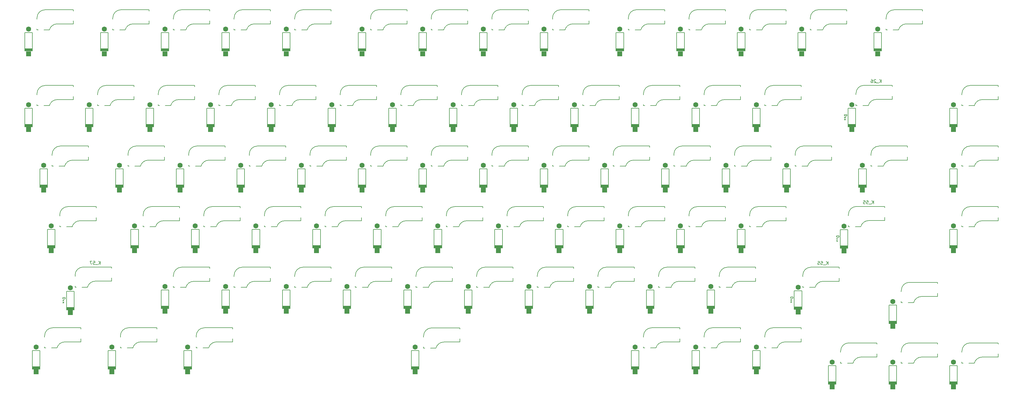
<source format=gbr>
G04 #@! TF.GenerationSoftware,KiCad,Pcbnew,7.0.1*
G04 #@! TF.CreationDate,2023-04-16T01:49:03-07:00*
G04 #@! TF.ProjectId,_autosave-keyboard,5f617574-6f73-4617-9665-2d6b6579626f,rev?*
G04 #@! TF.SameCoordinates,Original*
G04 #@! TF.FileFunction,Legend,Bot*
G04 #@! TF.FilePolarity,Positive*
%FSLAX46Y46*%
G04 Gerber Fmt 4.6, Leading zero omitted, Abs format (unit mm)*
G04 Created by KiCad (PCBNEW 7.0.1) date 2023-04-16 01:49:03*
%MOMM*%
%LPD*%
G01*
G04 APERTURE LIST*
%ADD10C,0.150000*%
%ADD11C,0.200000*%
%ADD12R,1.600000X1.600000*%
%ADD13C,1.600000*%
G04 APERTURE END LIST*
D10*
X396705537Y-231235819D02*
X396705537Y-230235819D01*
X396134109Y-231235819D02*
X396562680Y-230664390D01*
X396134109Y-230235819D02*
X396705537Y-230807247D01*
X395943633Y-231331057D02*
X395181728Y-231331057D01*
X394467442Y-230235819D02*
X394943632Y-230235819D01*
X394943632Y-230235819D02*
X394991251Y-230712009D01*
X394991251Y-230712009D02*
X394943632Y-230664390D01*
X394943632Y-230664390D02*
X394848394Y-230616771D01*
X394848394Y-230616771D02*
X394610299Y-230616771D01*
X394610299Y-230616771D02*
X394515061Y-230664390D01*
X394515061Y-230664390D02*
X394467442Y-230712009D01*
X394467442Y-230712009D02*
X394419823Y-230807247D01*
X394419823Y-230807247D02*
X394419823Y-231045342D01*
X394419823Y-231045342D02*
X394467442Y-231140580D01*
X394467442Y-231140580D02*
X394515061Y-231188200D01*
X394515061Y-231188200D02*
X394610299Y-231235819D01*
X394610299Y-231235819D02*
X394848394Y-231235819D01*
X394848394Y-231235819D02*
X394943632Y-231188200D01*
X394943632Y-231188200D02*
X394991251Y-231140580D01*
X393515061Y-230235819D02*
X393991251Y-230235819D01*
X393991251Y-230235819D02*
X394038870Y-230712009D01*
X394038870Y-230712009D02*
X393991251Y-230664390D01*
X393991251Y-230664390D02*
X393896013Y-230616771D01*
X393896013Y-230616771D02*
X393657918Y-230616771D01*
X393657918Y-230616771D02*
X393562680Y-230664390D01*
X393562680Y-230664390D02*
X393515061Y-230712009D01*
X393515061Y-230712009D02*
X393467442Y-230807247D01*
X393467442Y-230807247D02*
X393467442Y-231045342D01*
X393467442Y-231045342D02*
X393515061Y-231140580D01*
X393515061Y-231140580D02*
X393562680Y-231188200D01*
X393562680Y-231188200D02*
X393657918Y-231235819D01*
X393657918Y-231235819D02*
X393896013Y-231235819D01*
X393896013Y-231235819D02*
X393991251Y-231188200D01*
X393991251Y-231188200D02*
X394038870Y-231140580D01*
X168158987Y-231177619D02*
X168158987Y-230177619D01*
X167587559Y-231177619D02*
X168016130Y-230606190D01*
X167587559Y-230177619D02*
X168158987Y-230749047D01*
X167397083Y-231272857D02*
X166635178Y-231272857D01*
X165920892Y-230177619D02*
X166397082Y-230177619D01*
X166397082Y-230177619D02*
X166444701Y-230653809D01*
X166444701Y-230653809D02*
X166397082Y-230606190D01*
X166397082Y-230606190D02*
X166301844Y-230558571D01*
X166301844Y-230558571D02*
X166063749Y-230558571D01*
X166063749Y-230558571D02*
X165968511Y-230606190D01*
X165968511Y-230606190D02*
X165920892Y-230653809D01*
X165920892Y-230653809D02*
X165873273Y-230749047D01*
X165873273Y-230749047D02*
X165873273Y-230987142D01*
X165873273Y-230987142D02*
X165920892Y-231082380D01*
X165920892Y-231082380D02*
X165968511Y-231130000D01*
X165968511Y-231130000D02*
X166063749Y-231177619D01*
X166063749Y-231177619D02*
X166301844Y-231177619D01*
X166301844Y-231177619D02*
X166397082Y-231130000D01*
X166397082Y-231130000D02*
X166444701Y-231082380D01*
X165539939Y-230177619D02*
X164873273Y-230177619D01*
X164873273Y-230177619D02*
X165301844Y-231177619D01*
X413427737Y-174027619D02*
X413427737Y-173027619D01*
X412856309Y-174027619D02*
X413284880Y-173456190D01*
X412856309Y-173027619D02*
X413427737Y-173599047D01*
X412665833Y-174122857D02*
X411903928Y-174122857D01*
X411713451Y-173122857D02*
X411665832Y-173075238D01*
X411665832Y-173075238D02*
X411570594Y-173027619D01*
X411570594Y-173027619D02*
X411332499Y-173027619D01*
X411332499Y-173027619D02*
X411237261Y-173075238D01*
X411237261Y-173075238D02*
X411189642Y-173122857D01*
X411189642Y-173122857D02*
X411142023Y-173218095D01*
X411142023Y-173218095D02*
X411142023Y-173313333D01*
X411142023Y-173313333D02*
X411189642Y-173456190D01*
X411189642Y-173456190D02*
X411761070Y-174027619D01*
X411761070Y-174027619D02*
X411142023Y-174027619D01*
X410284880Y-173027619D02*
X410475356Y-173027619D01*
X410475356Y-173027619D02*
X410570594Y-173075238D01*
X410570594Y-173075238D02*
X410618213Y-173122857D01*
X410618213Y-173122857D02*
X410713451Y-173265714D01*
X410713451Y-173265714D02*
X410761070Y-173456190D01*
X410761070Y-173456190D02*
X410761070Y-173837142D01*
X410761070Y-173837142D02*
X410713451Y-173932380D01*
X410713451Y-173932380D02*
X410665832Y-173980000D01*
X410665832Y-173980000D02*
X410570594Y-174027619D01*
X410570594Y-174027619D02*
X410380118Y-174027619D01*
X410380118Y-174027619D02*
X410284880Y-173980000D01*
X410284880Y-173980000D02*
X410237261Y-173932380D01*
X410237261Y-173932380D02*
X410189642Y-173837142D01*
X410189642Y-173837142D02*
X410189642Y-173599047D01*
X410189642Y-173599047D02*
X410237261Y-173503809D01*
X410237261Y-173503809D02*
X410284880Y-173456190D01*
X410284880Y-173456190D02*
X410380118Y-173408571D01*
X410380118Y-173408571D02*
X410570594Y-173408571D01*
X410570594Y-173408571D02*
X410665832Y-173456190D01*
X410665832Y-173456190D02*
X410713451Y-173503809D01*
X410713451Y-173503809D02*
X410761070Y-173599047D01*
X411046487Y-212127619D02*
X411046487Y-211127619D01*
X410475059Y-212127619D02*
X410903630Y-211556190D01*
X410475059Y-211127619D02*
X411046487Y-211699047D01*
X410284583Y-212222857D02*
X409522678Y-212222857D01*
X408808392Y-211127619D02*
X409284582Y-211127619D01*
X409284582Y-211127619D02*
X409332201Y-211603809D01*
X409332201Y-211603809D02*
X409284582Y-211556190D01*
X409284582Y-211556190D02*
X409189344Y-211508571D01*
X409189344Y-211508571D02*
X408951249Y-211508571D01*
X408951249Y-211508571D02*
X408856011Y-211556190D01*
X408856011Y-211556190D02*
X408808392Y-211603809D01*
X408808392Y-211603809D02*
X408760773Y-211699047D01*
X408760773Y-211699047D02*
X408760773Y-211937142D01*
X408760773Y-211937142D02*
X408808392Y-212032380D01*
X408808392Y-212032380D02*
X408856011Y-212080000D01*
X408856011Y-212080000D02*
X408951249Y-212127619D01*
X408951249Y-212127619D02*
X409189344Y-212127619D01*
X409189344Y-212127619D02*
X409284582Y-212080000D01*
X409284582Y-212080000D02*
X409332201Y-212032380D01*
X407856011Y-211127619D02*
X408332201Y-211127619D01*
X408332201Y-211127619D02*
X408379820Y-211603809D01*
X408379820Y-211603809D02*
X408332201Y-211556190D01*
X408332201Y-211556190D02*
X408236963Y-211508571D01*
X408236963Y-211508571D02*
X407998868Y-211508571D01*
X407998868Y-211508571D02*
X407903630Y-211556190D01*
X407903630Y-211556190D02*
X407856011Y-211603809D01*
X407856011Y-211603809D02*
X407808392Y-211699047D01*
X407808392Y-211699047D02*
X407808392Y-211937142D01*
X407808392Y-211937142D02*
X407856011Y-212032380D01*
X407856011Y-212032380D02*
X407903630Y-212080000D01*
X407903630Y-212080000D02*
X407998868Y-212127619D01*
X407998868Y-212127619D02*
X408236963Y-212127619D01*
X408236963Y-212127619D02*
X408332201Y-212080000D01*
X408332201Y-212080000D02*
X408379820Y-212032380D01*
X385735095Y-241440952D02*
X384935095Y-241440952D01*
X384935095Y-241440952D02*
X384935095Y-241631428D01*
X384935095Y-241631428D02*
X384973190Y-241745714D01*
X384973190Y-241745714D02*
X385049380Y-241821904D01*
X385049380Y-241821904D02*
X385125571Y-241859999D01*
X385125571Y-241859999D02*
X385277952Y-241898095D01*
X385277952Y-241898095D02*
X385392238Y-241898095D01*
X385392238Y-241898095D02*
X385544619Y-241859999D01*
X385544619Y-241859999D02*
X385620809Y-241821904D01*
X385620809Y-241821904D02*
X385697000Y-241745714D01*
X385697000Y-241745714D02*
X385735095Y-241631428D01*
X385735095Y-241631428D02*
X385735095Y-241440952D01*
X384935095Y-242355237D02*
X385125571Y-242355237D01*
X385049380Y-242164761D02*
X385125571Y-242355237D01*
X385125571Y-242355237D02*
X385049380Y-242545714D01*
X385277952Y-242240952D02*
X385125571Y-242355237D01*
X385125571Y-242355237D02*
X385277952Y-242469523D01*
X384935095Y-242964761D02*
X385125571Y-242964761D01*
X385049380Y-242774285D02*
X385125571Y-242964761D01*
X385125571Y-242964761D02*
X385049380Y-243155238D01*
X385277952Y-242850476D02*
X385125571Y-242964761D01*
X385125571Y-242964761D02*
X385277952Y-243079047D01*
X402645095Y-184050952D02*
X401845095Y-184050952D01*
X401845095Y-184050952D02*
X401845095Y-184241428D01*
X401845095Y-184241428D02*
X401883190Y-184355714D01*
X401883190Y-184355714D02*
X401959380Y-184431904D01*
X401959380Y-184431904D02*
X402035571Y-184469999D01*
X402035571Y-184469999D02*
X402187952Y-184508095D01*
X402187952Y-184508095D02*
X402302238Y-184508095D01*
X402302238Y-184508095D02*
X402454619Y-184469999D01*
X402454619Y-184469999D02*
X402530809Y-184431904D01*
X402530809Y-184431904D02*
X402607000Y-184355714D01*
X402607000Y-184355714D02*
X402645095Y-184241428D01*
X402645095Y-184241428D02*
X402645095Y-184050952D01*
X401845095Y-184965237D02*
X402035571Y-184965237D01*
X401959380Y-184774761D02*
X402035571Y-184965237D01*
X402035571Y-184965237D02*
X401959380Y-185155714D01*
X402187952Y-184850952D02*
X402035571Y-184965237D01*
X402035571Y-184965237D02*
X402187952Y-185079523D01*
X401845095Y-185574761D02*
X402035571Y-185574761D01*
X401959380Y-185384285D02*
X402035571Y-185574761D01*
X402035571Y-185574761D02*
X401959380Y-185765238D01*
X402187952Y-185460476D02*
X402035571Y-185574761D01*
X402035571Y-185574761D02*
X402187952Y-185689047D01*
X157155095Y-241600952D02*
X156355095Y-241600952D01*
X156355095Y-241600952D02*
X156355095Y-241791428D01*
X156355095Y-241791428D02*
X156393190Y-241905714D01*
X156393190Y-241905714D02*
X156469380Y-241981904D01*
X156469380Y-241981904D02*
X156545571Y-242019999D01*
X156545571Y-242019999D02*
X156697952Y-242058095D01*
X156697952Y-242058095D02*
X156812238Y-242058095D01*
X156812238Y-242058095D02*
X156964619Y-242019999D01*
X156964619Y-242019999D02*
X157040809Y-241981904D01*
X157040809Y-241981904D02*
X157117000Y-241905714D01*
X157117000Y-241905714D02*
X157155095Y-241791428D01*
X157155095Y-241791428D02*
X157155095Y-241600952D01*
X156355095Y-242515237D02*
X156545571Y-242515237D01*
X156469380Y-242324761D02*
X156545571Y-242515237D01*
X156545571Y-242515237D02*
X156469380Y-242705714D01*
X156697952Y-242400952D02*
X156545571Y-242515237D01*
X156545571Y-242515237D02*
X156697952Y-242629523D01*
X156355095Y-243124761D02*
X156545571Y-243124761D01*
X156469380Y-242934285D02*
X156545571Y-243124761D01*
X156545571Y-243124761D02*
X156469380Y-243315238D01*
X156697952Y-243010476D02*
X156545571Y-243124761D01*
X156545571Y-243124761D02*
X156697952Y-243239047D01*
X400185095Y-222210952D02*
X399385095Y-222210952D01*
X399385095Y-222210952D02*
X399385095Y-222401428D01*
X399385095Y-222401428D02*
X399423190Y-222515714D01*
X399423190Y-222515714D02*
X399499380Y-222591904D01*
X399499380Y-222591904D02*
X399575571Y-222629999D01*
X399575571Y-222629999D02*
X399727952Y-222668095D01*
X399727952Y-222668095D02*
X399842238Y-222668095D01*
X399842238Y-222668095D02*
X399994619Y-222629999D01*
X399994619Y-222629999D02*
X400070809Y-222591904D01*
X400070809Y-222591904D02*
X400147000Y-222515714D01*
X400147000Y-222515714D02*
X400185095Y-222401428D01*
X400185095Y-222401428D02*
X400185095Y-222210952D01*
X399385095Y-223125237D02*
X399575571Y-223125237D01*
X399499380Y-222934761D02*
X399575571Y-223125237D01*
X399575571Y-223125237D02*
X399499380Y-223315714D01*
X399727952Y-223010952D02*
X399575571Y-223125237D01*
X399575571Y-223125237D02*
X399727952Y-223239523D01*
X399385095Y-223734761D02*
X399575571Y-223734761D01*
X399499380Y-223544285D02*
X399575571Y-223734761D01*
X399575571Y-223734761D02*
X399499380Y-223925238D01*
X399727952Y-223620476D02*
X399575571Y-223734761D01*
X399575571Y-223734761D02*
X399727952Y-223849047D01*
D11*
X206290000Y-239195000D02*
X206290000Y-244995000D01*
X206290000Y-245020000D02*
X208690000Y-245020000D01*
X208690000Y-239195000D02*
X206290000Y-239195000D01*
X208690000Y-244270000D02*
X206290000Y-244270000D01*
X208690000Y-244445000D02*
X206290000Y-244445000D01*
X208690000Y-244620000D02*
X206290000Y-244620000D01*
X208690000Y-244795000D02*
X206290000Y-244795000D01*
X208690000Y-244920000D02*
X206290000Y-244920000D01*
X208690000Y-244995000D02*
X208690000Y-239195000D01*
D10*
X210160000Y-234585000D02*
X210160000Y-234966000D01*
X210160000Y-238014000D02*
X210160000Y-238395000D01*
X210541000Y-238395000D02*
X210160000Y-238395000D01*
X212700000Y-232045000D02*
X221590000Y-232045000D01*
X214045838Y-238395000D02*
X212319000Y-238395000D01*
X221590000Y-232045000D02*
X221590000Y-232426000D01*
X221590000Y-235474000D02*
X221590000Y-236490000D01*
X221590000Y-236490000D02*
X216510000Y-236490000D01*
X212700000Y-232045000D02*
G75*
G03*
X210160000Y-234585000I1J-2540001D01*
G01*
X216510000Y-236490000D02*
G75*
G03*
X214045839Y-238413960I0J-2539999D01*
G01*
D11*
X187240000Y-158232500D02*
X187240000Y-164032500D01*
X187240000Y-164057500D02*
X189640000Y-164057500D01*
X189640000Y-158232500D02*
X187240000Y-158232500D01*
X189640000Y-163307500D02*
X187240000Y-163307500D01*
X189640000Y-163482500D02*
X187240000Y-163482500D01*
X189640000Y-163657500D02*
X187240000Y-163657500D01*
X189640000Y-163832500D02*
X187240000Y-163832500D01*
X189640000Y-163957500D02*
X187240000Y-163957500D01*
X189640000Y-164032500D02*
X189640000Y-158232500D01*
D10*
X191110000Y-153622500D02*
X191110000Y-154003500D01*
X191110000Y-157051500D02*
X191110000Y-157432500D01*
X191491000Y-157432500D02*
X191110000Y-157432500D01*
X193650000Y-151082500D02*
X202540000Y-151082500D01*
X194995838Y-157432500D02*
X193269000Y-157432500D01*
X202540000Y-151082500D02*
X202540000Y-151463500D01*
X202540000Y-154511500D02*
X202540000Y-155527500D01*
X202540000Y-155527500D02*
X197460000Y-155527500D01*
X193650000Y-151082500D02*
G75*
G03*
X191110000Y-153622500I1J-2540001D01*
G01*
X197460000Y-155527500D02*
G75*
G03*
X194995839Y-157451460I0J-2539999D01*
G01*
D11*
X225340000Y-239195000D02*
X225340000Y-244995000D01*
X225340000Y-245020000D02*
X227740000Y-245020000D01*
X227740000Y-239195000D02*
X225340000Y-239195000D01*
X227740000Y-244270000D02*
X225340000Y-244270000D01*
X227740000Y-244445000D02*
X225340000Y-244445000D01*
X227740000Y-244620000D02*
X225340000Y-244620000D01*
X227740000Y-244795000D02*
X225340000Y-244795000D01*
X227740000Y-244920000D02*
X225340000Y-244920000D01*
X227740000Y-244995000D02*
X227740000Y-239195000D01*
D10*
X229210000Y-234585000D02*
X229210000Y-234966000D01*
X229210000Y-238014000D02*
X229210000Y-238395000D01*
X229591000Y-238395000D02*
X229210000Y-238395000D01*
X231750000Y-232045000D02*
X240640000Y-232045000D01*
X233095838Y-238395000D02*
X231369000Y-238395000D01*
X240640000Y-232045000D02*
X240640000Y-232426000D01*
X240640000Y-235474000D02*
X240640000Y-236490000D01*
X240640000Y-236490000D02*
X235560000Y-236490000D01*
X231750000Y-232045000D02*
G75*
G03*
X229210000Y-234585000I1J-2540001D01*
G01*
X235560000Y-236490000D02*
G75*
G03*
X233095839Y-238413960I0J-2539999D01*
G01*
D11*
X334877500Y-258245000D02*
X334877500Y-264045000D01*
X334877500Y-264070000D02*
X337277500Y-264070000D01*
X337277500Y-258245000D02*
X334877500Y-258245000D01*
X337277500Y-263320000D02*
X334877500Y-263320000D01*
X337277500Y-263495000D02*
X334877500Y-263495000D01*
X337277500Y-263670000D02*
X334877500Y-263670000D01*
X337277500Y-263845000D02*
X334877500Y-263845000D01*
X337277500Y-263970000D02*
X334877500Y-263970000D01*
X337277500Y-264045000D02*
X337277500Y-258245000D01*
D10*
X338747500Y-253635000D02*
X338747500Y-254016000D01*
X338747500Y-257064000D02*
X338747500Y-257445000D01*
X339128500Y-257445000D02*
X338747500Y-257445000D01*
X341287500Y-251095000D02*
X350177500Y-251095000D01*
X342633338Y-257445000D02*
X340906500Y-257445000D01*
X350177500Y-251095000D02*
X350177500Y-251476000D01*
X350177500Y-254524000D02*
X350177500Y-255540000D01*
X350177500Y-255540000D02*
X345097500Y-255540000D01*
X341287500Y-251095000D02*
G75*
G03*
X338747500Y-253635000I1J-2540001D01*
G01*
X345097500Y-255540000D02*
G75*
G03*
X342633339Y-257463960I0J-2539999D01*
G01*
D11*
X349165000Y-158232500D02*
X349165000Y-164032500D01*
X349165000Y-164057500D02*
X351565000Y-164057500D01*
X351565000Y-158232500D02*
X349165000Y-158232500D01*
X351565000Y-163307500D02*
X349165000Y-163307500D01*
X351565000Y-163482500D02*
X349165000Y-163482500D01*
X351565000Y-163657500D02*
X349165000Y-163657500D01*
X351565000Y-163832500D02*
X349165000Y-163832500D01*
X351565000Y-163957500D02*
X349165000Y-163957500D01*
X351565000Y-164032500D02*
X351565000Y-158232500D01*
D10*
X353035000Y-153622500D02*
X353035000Y-154003500D01*
X353035000Y-157051500D02*
X353035000Y-157432500D01*
X353416000Y-157432500D02*
X353035000Y-157432500D01*
X355575000Y-151082500D02*
X364465000Y-151082500D01*
X356920838Y-157432500D02*
X355194000Y-157432500D01*
X364465000Y-151082500D02*
X364465000Y-151463500D01*
X364465000Y-154511500D02*
X364465000Y-155527500D01*
X364465000Y-155527500D02*
X359385000Y-155527500D01*
X355575000Y-151082500D02*
G75*
G03*
X353035000Y-153622500I1J-2540001D01*
G01*
X359385000Y-155527500D02*
G75*
G03*
X356920839Y-157451460I0J-2539999D01*
G01*
D11*
X306302500Y-201095000D02*
X306302500Y-206895000D01*
X306302500Y-206920000D02*
X308702500Y-206920000D01*
X308702500Y-201095000D02*
X306302500Y-201095000D01*
X308702500Y-206170000D02*
X306302500Y-206170000D01*
X308702500Y-206345000D02*
X306302500Y-206345000D01*
X308702500Y-206520000D02*
X306302500Y-206520000D01*
X308702500Y-206695000D02*
X306302500Y-206695000D01*
X308702500Y-206820000D02*
X306302500Y-206820000D01*
X308702500Y-206895000D02*
X308702500Y-201095000D01*
D10*
X310172500Y-196485000D02*
X310172500Y-196866000D01*
X310172500Y-199914000D02*
X310172500Y-200295000D01*
X310553500Y-200295000D02*
X310172500Y-200295000D01*
X312712500Y-193945000D02*
X321602500Y-193945000D01*
X314058338Y-200295000D02*
X312331500Y-200295000D01*
X321602500Y-193945000D02*
X321602500Y-194326000D01*
X321602500Y-197374000D02*
X321602500Y-198390000D01*
X321602500Y-198390000D02*
X316522500Y-198390000D01*
X312712500Y-193945000D02*
G75*
G03*
X310172500Y-196485000I1J-2540001D01*
G01*
X316522500Y-198390000D02*
G75*
G03*
X314058339Y-200313960I0J-2539999D01*
G01*
D11*
X434890000Y-220145000D02*
X434890000Y-225945000D01*
X434890000Y-225970000D02*
X437290000Y-225970000D01*
X437290000Y-220145000D02*
X434890000Y-220145000D01*
X437290000Y-225220000D02*
X434890000Y-225220000D01*
X437290000Y-225395000D02*
X434890000Y-225395000D01*
X437290000Y-225570000D02*
X434890000Y-225570000D01*
X437290000Y-225745000D02*
X434890000Y-225745000D01*
X437290000Y-225870000D02*
X434890000Y-225870000D01*
X437290000Y-225945000D02*
X437290000Y-220145000D01*
D10*
X438760000Y-215535000D02*
X438760000Y-215916000D01*
X438760000Y-218964000D02*
X438760000Y-219345000D01*
X439141000Y-219345000D02*
X438760000Y-219345000D01*
X441300000Y-212995000D02*
X450190000Y-212995000D01*
X442645838Y-219345000D02*
X440919000Y-219345000D01*
X450190000Y-212995000D02*
X450190000Y-213376000D01*
X450190000Y-216424000D02*
X450190000Y-217440000D01*
X450190000Y-217440000D02*
X445110000Y-217440000D01*
X441300000Y-212995000D02*
G75*
G03*
X438760000Y-215535000I1J-2540001D01*
G01*
X445110000Y-217440000D02*
G75*
G03*
X442645839Y-219363960I0J-2539999D01*
G01*
D11*
X372977500Y-182045000D02*
X372977500Y-187845000D01*
X372977500Y-187870000D02*
X375377500Y-187870000D01*
X375377500Y-182045000D02*
X372977500Y-182045000D01*
X375377500Y-187120000D02*
X372977500Y-187120000D01*
X375377500Y-187295000D02*
X372977500Y-187295000D01*
X375377500Y-187470000D02*
X372977500Y-187470000D01*
X375377500Y-187645000D02*
X372977500Y-187645000D01*
X375377500Y-187770000D02*
X372977500Y-187770000D01*
X375377500Y-187845000D02*
X375377500Y-182045000D01*
D10*
X376847500Y-177435000D02*
X376847500Y-177816000D01*
X376847500Y-180864000D02*
X376847500Y-181245000D01*
X377228500Y-181245000D02*
X376847500Y-181245000D01*
X379387500Y-174895000D02*
X388277500Y-174895000D01*
X380733338Y-181245000D02*
X379006500Y-181245000D01*
X388277500Y-174895000D02*
X388277500Y-175276000D01*
X388277500Y-178324000D02*
X388277500Y-179340000D01*
X388277500Y-179340000D02*
X383197500Y-179340000D01*
X379387500Y-174895000D02*
G75*
G03*
X376847500Y-177435000I1J-2540001D01*
G01*
X383197500Y-179340000D02*
G75*
G03*
X380733339Y-181263960I0J-2539999D01*
G01*
D11*
X339640000Y-239195000D02*
X339640000Y-244995000D01*
X339640000Y-245020000D02*
X342040000Y-245020000D01*
X342040000Y-239195000D02*
X339640000Y-239195000D01*
X342040000Y-244270000D02*
X339640000Y-244270000D01*
X342040000Y-244445000D02*
X339640000Y-244445000D01*
X342040000Y-244620000D02*
X339640000Y-244620000D01*
X342040000Y-244795000D02*
X339640000Y-244795000D01*
X342040000Y-244920000D02*
X339640000Y-244920000D01*
X342040000Y-244995000D02*
X342040000Y-239195000D01*
D10*
X343510000Y-234585000D02*
X343510000Y-234966000D01*
X343510000Y-238014000D02*
X343510000Y-238395000D01*
X343891000Y-238395000D02*
X343510000Y-238395000D01*
X346050000Y-232045000D02*
X354940000Y-232045000D01*
X347395838Y-238395000D02*
X345669000Y-238395000D01*
X354940000Y-232045000D02*
X354940000Y-232426000D01*
X354940000Y-235474000D02*
X354940000Y-236490000D01*
X354940000Y-236490000D02*
X349860000Y-236490000D01*
X346050000Y-232045000D02*
G75*
G03*
X343510000Y-234585000I1J-2540001D01*
G01*
X349860000Y-236490000D02*
G75*
G03*
X347395839Y-238413960I0J-2539999D01*
G01*
D11*
X358690000Y-239195000D02*
X358690000Y-244995000D01*
X358690000Y-245020000D02*
X361090000Y-245020000D01*
X361090000Y-239195000D02*
X358690000Y-239195000D01*
X361090000Y-244270000D02*
X358690000Y-244270000D01*
X361090000Y-244445000D02*
X358690000Y-244445000D01*
X361090000Y-244620000D02*
X358690000Y-244620000D01*
X361090000Y-244795000D02*
X358690000Y-244795000D01*
X361090000Y-244920000D02*
X358690000Y-244920000D01*
X361090000Y-244995000D02*
X361090000Y-239195000D01*
D10*
X362560000Y-234585000D02*
X362560000Y-234966000D01*
X362560000Y-238014000D02*
X362560000Y-238395000D01*
X362941000Y-238395000D02*
X362560000Y-238395000D01*
X365100000Y-232045000D02*
X373990000Y-232045000D01*
X366445838Y-238395000D02*
X364719000Y-238395000D01*
X373990000Y-232045000D02*
X373990000Y-232426000D01*
X373990000Y-235474000D02*
X373990000Y-236490000D01*
X373990000Y-236490000D02*
X368910000Y-236490000D01*
X365100000Y-232045000D02*
G75*
G03*
X362560000Y-234585000I1J-2540001D01*
G01*
X368910000Y-236490000D02*
G75*
G03*
X366445839Y-238413960I0J-2539999D01*
G01*
D11*
X172952500Y-201095000D02*
X172952500Y-206895000D01*
X172952500Y-206920000D02*
X175352500Y-206920000D01*
X175352500Y-201095000D02*
X172952500Y-201095000D01*
X175352500Y-206170000D02*
X172952500Y-206170000D01*
X175352500Y-206345000D02*
X172952500Y-206345000D01*
X175352500Y-206520000D02*
X172952500Y-206520000D01*
X175352500Y-206695000D02*
X172952500Y-206695000D01*
X175352500Y-206820000D02*
X172952500Y-206820000D01*
X175352500Y-206895000D02*
X175352500Y-201095000D01*
D10*
X176822500Y-196485000D02*
X176822500Y-196866000D01*
X176822500Y-199914000D02*
X176822500Y-200295000D01*
X177203500Y-200295000D02*
X176822500Y-200295000D01*
X179362500Y-193945000D02*
X188252500Y-193945000D01*
X180708338Y-200295000D02*
X178981500Y-200295000D01*
X188252500Y-193945000D02*
X188252500Y-194326000D01*
X188252500Y-197374000D02*
X188252500Y-198390000D01*
X188252500Y-198390000D02*
X183172500Y-198390000D01*
X179362500Y-193945000D02*
G75*
G03*
X176822500Y-196485000I1J-2540001D01*
G01*
X183172500Y-198390000D02*
G75*
G03*
X180708339Y-200313960I0J-2539999D01*
G01*
D11*
X406315000Y-201095000D02*
X406315000Y-206895000D01*
X406315000Y-206920000D02*
X408715000Y-206920000D01*
X408715000Y-201095000D02*
X406315000Y-201095000D01*
X408715000Y-206170000D02*
X406315000Y-206170000D01*
X408715000Y-206345000D02*
X406315000Y-206345000D01*
X408715000Y-206520000D02*
X406315000Y-206520000D01*
X408715000Y-206695000D02*
X406315000Y-206695000D01*
X408715000Y-206820000D02*
X406315000Y-206820000D01*
X408715000Y-206895000D02*
X408715000Y-201095000D01*
D10*
X410185000Y-196485000D02*
X410185000Y-196866000D01*
X410185000Y-199914000D02*
X410185000Y-200295000D01*
X410566000Y-200295000D02*
X410185000Y-200295000D01*
X412725000Y-193945000D02*
X421615000Y-193945000D01*
X414070838Y-200295000D02*
X412344000Y-200295000D01*
X421615000Y-193945000D02*
X421615000Y-194326000D01*
X421615000Y-197374000D02*
X421615000Y-198390000D01*
X421615000Y-198390000D02*
X416535000Y-198390000D01*
X412725000Y-193945000D02*
G75*
G03*
X410185000Y-196485000I1J-2540001D01*
G01*
X416535000Y-198390000D02*
G75*
G03*
X414070839Y-200313960I0J-2539999D01*
G01*
D11*
X151521250Y-220145000D02*
X151521250Y-225945000D01*
X151521250Y-225970000D02*
X153921250Y-225970000D01*
X153921250Y-220145000D02*
X151521250Y-220145000D01*
X153921250Y-225220000D02*
X151521250Y-225220000D01*
X153921250Y-225395000D02*
X151521250Y-225395000D01*
X153921250Y-225570000D02*
X151521250Y-225570000D01*
X153921250Y-225745000D02*
X151521250Y-225745000D01*
X153921250Y-225870000D02*
X151521250Y-225870000D01*
X153921250Y-225945000D02*
X153921250Y-220145000D01*
D10*
X155391250Y-215535000D02*
X155391250Y-215916000D01*
X155391250Y-218964000D02*
X155391250Y-219345000D01*
X155772250Y-219345000D02*
X155391250Y-219345000D01*
X157931250Y-212995000D02*
X166821250Y-212995000D01*
X159277088Y-219345000D02*
X157550250Y-219345000D01*
X166821250Y-212995000D02*
X166821250Y-213376000D01*
X166821250Y-216424000D02*
X166821250Y-217440000D01*
X166821250Y-217440000D02*
X161741250Y-217440000D01*
X157931250Y-212995000D02*
G75*
G03*
X155391250Y-215535000I1J-2540001D01*
G01*
X161741250Y-217440000D02*
G75*
G03*
X159277089Y-219363960I0J-2539999D01*
G01*
D11*
X320590000Y-239195000D02*
X320590000Y-244995000D01*
X320590000Y-245020000D02*
X322990000Y-245020000D01*
X322990000Y-239195000D02*
X320590000Y-239195000D01*
X322990000Y-244270000D02*
X320590000Y-244270000D01*
X322990000Y-244445000D02*
X320590000Y-244445000D01*
X322990000Y-244620000D02*
X320590000Y-244620000D01*
X322990000Y-244795000D02*
X320590000Y-244795000D01*
X322990000Y-244920000D02*
X320590000Y-244920000D01*
X322990000Y-244995000D02*
X322990000Y-239195000D01*
D10*
X324460000Y-234585000D02*
X324460000Y-234966000D01*
X324460000Y-238014000D02*
X324460000Y-238395000D01*
X324841000Y-238395000D02*
X324460000Y-238395000D01*
X327000000Y-232045000D02*
X335890000Y-232045000D01*
X328345838Y-238395000D02*
X326619000Y-238395000D01*
X335890000Y-232045000D02*
X335890000Y-232426000D01*
X335890000Y-235474000D02*
X335890000Y-236490000D01*
X335890000Y-236490000D02*
X330810000Y-236490000D01*
X327000000Y-232045000D02*
G75*
G03*
X324460000Y-234585000I1J-2540001D01*
G01*
X330810000Y-236490000D02*
G75*
G03*
X328345839Y-238413960I0J-2539999D01*
G01*
D11*
X330115000Y-220145000D02*
X330115000Y-225945000D01*
X330115000Y-225970000D02*
X332515000Y-225970000D01*
X332515000Y-220145000D02*
X330115000Y-220145000D01*
X332515000Y-225220000D02*
X330115000Y-225220000D01*
X332515000Y-225395000D02*
X330115000Y-225395000D01*
X332515000Y-225570000D02*
X330115000Y-225570000D01*
X332515000Y-225745000D02*
X330115000Y-225745000D01*
X332515000Y-225870000D02*
X330115000Y-225870000D01*
X332515000Y-225945000D02*
X332515000Y-220145000D01*
D10*
X333985000Y-215535000D02*
X333985000Y-215916000D01*
X333985000Y-218964000D02*
X333985000Y-219345000D01*
X334366000Y-219345000D02*
X333985000Y-219345000D01*
X336525000Y-212995000D02*
X345415000Y-212995000D01*
X337870838Y-219345000D02*
X336144000Y-219345000D01*
X345415000Y-212995000D02*
X345415000Y-213376000D01*
X345415000Y-216424000D02*
X345415000Y-217440000D01*
X345415000Y-217440000D02*
X340335000Y-217440000D01*
X336525000Y-212995000D02*
G75*
G03*
X333985000Y-215535000I1J-2540001D01*
G01*
X340335000Y-217440000D02*
G75*
G03*
X337870839Y-219363960I0J-2539999D01*
G01*
D11*
X263440000Y-239195000D02*
X263440000Y-244995000D01*
X263440000Y-245020000D02*
X265840000Y-245020000D01*
X265840000Y-239195000D02*
X263440000Y-239195000D01*
X265840000Y-244270000D02*
X263440000Y-244270000D01*
X265840000Y-244445000D02*
X263440000Y-244445000D01*
X265840000Y-244620000D02*
X263440000Y-244620000D01*
X265840000Y-244795000D02*
X263440000Y-244795000D01*
X265840000Y-244920000D02*
X263440000Y-244920000D01*
X265840000Y-244995000D02*
X265840000Y-239195000D01*
D10*
X267310000Y-234585000D02*
X267310000Y-234966000D01*
X267310000Y-238014000D02*
X267310000Y-238395000D01*
X267691000Y-238395000D02*
X267310000Y-238395000D01*
X269850000Y-232045000D02*
X278740000Y-232045000D01*
X271195838Y-238395000D02*
X269469000Y-238395000D01*
X278740000Y-232045000D02*
X278740000Y-232426000D01*
X278740000Y-235474000D02*
X278740000Y-236490000D01*
X278740000Y-236490000D02*
X273660000Y-236490000D01*
X269850000Y-232045000D02*
G75*
G03*
X267310000Y-234585000I1J-2540001D01*
G01*
X273660000Y-236490000D02*
G75*
G03*
X271195839Y-238413960I0J-2539999D01*
G01*
D11*
X244390000Y-239195000D02*
X244390000Y-244995000D01*
X244390000Y-245020000D02*
X246790000Y-245020000D01*
X246790000Y-239195000D02*
X244390000Y-239195000D01*
X246790000Y-244270000D02*
X244390000Y-244270000D01*
X246790000Y-244445000D02*
X244390000Y-244445000D01*
X246790000Y-244620000D02*
X244390000Y-244620000D01*
X246790000Y-244795000D02*
X244390000Y-244795000D01*
X246790000Y-244920000D02*
X244390000Y-244920000D01*
X246790000Y-244995000D02*
X246790000Y-239195000D01*
D10*
X248260000Y-234585000D02*
X248260000Y-234966000D01*
X248260000Y-238014000D02*
X248260000Y-238395000D01*
X248641000Y-238395000D02*
X248260000Y-238395000D01*
X250800000Y-232045000D02*
X259690000Y-232045000D01*
X252145838Y-238395000D02*
X250419000Y-238395000D01*
X259690000Y-232045000D02*
X259690000Y-232426000D01*
X259690000Y-235474000D02*
X259690000Y-236490000D01*
X259690000Y-236490000D02*
X254610000Y-236490000D01*
X250800000Y-232045000D02*
G75*
G03*
X248260000Y-234585000I1J-2540001D01*
G01*
X254610000Y-236490000D02*
G75*
G03*
X252145839Y-238413960I0J-2539999D01*
G01*
D11*
X330115000Y-158232500D02*
X330115000Y-164032500D01*
X330115000Y-164057500D02*
X332515000Y-164057500D01*
X332515000Y-158232500D02*
X330115000Y-158232500D01*
X332515000Y-163307500D02*
X330115000Y-163307500D01*
X332515000Y-163482500D02*
X330115000Y-163482500D01*
X332515000Y-163657500D02*
X330115000Y-163657500D01*
X332515000Y-163832500D02*
X330115000Y-163832500D01*
X332515000Y-163957500D02*
X330115000Y-163957500D01*
X332515000Y-164032500D02*
X332515000Y-158232500D01*
D10*
X333985000Y-153622500D02*
X333985000Y-154003500D01*
X333985000Y-157051500D02*
X333985000Y-157432500D01*
X334366000Y-157432500D02*
X333985000Y-157432500D01*
X336525000Y-151082500D02*
X345415000Y-151082500D01*
X337870838Y-157432500D02*
X336144000Y-157432500D01*
X345415000Y-151082500D02*
X345415000Y-151463500D01*
X345415000Y-154511500D02*
X345415000Y-155527500D01*
X345415000Y-155527500D02*
X340335000Y-155527500D01*
X336525000Y-151082500D02*
G75*
G03*
X333985000Y-153622500I1J-2540001D01*
G01*
X340335000Y-155527500D02*
G75*
G03*
X337870839Y-157451460I0J-2539999D01*
G01*
X388760300Y-234583200D02*
X388760300Y-234964200D01*
X388760300Y-238012200D02*
X388760300Y-238393200D01*
X389141300Y-238393200D02*
X388760300Y-238393200D01*
X391300300Y-232043200D02*
X400190300Y-232043200D01*
X392646138Y-238393200D02*
X390919300Y-238393200D01*
X400190300Y-232043200D02*
X400190300Y-232424200D01*
X400190300Y-235472200D02*
X400190300Y-236488200D01*
X400190300Y-236488200D02*
X395110300Y-236488200D01*
X391300300Y-232043200D02*
G75*
G03*
X388760300Y-234583200I1J-2540001D01*
G01*
X395110300Y-236488200D02*
G75*
G03*
X392646139Y-238412160I0J-2539999D01*
G01*
D11*
X396790000Y-263007500D02*
X396790000Y-268807500D01*
X396790000Y-268832500D02*
X399190000Y-268832500D01*
X399190000Y-263007500D02*
X396790000Y-263007500D01*
X399190000Y-268082500D02*
X396790000Y-268082500D01*
X399190000Y-268257500D02*
X396790000Y-268257500D01*
X399190000Y-268432500D02*
X396790000Y-268432500D01*
X399190000Y-268607500D02*
X396790000Y-268607500D01*
X399190000Y-268732500D02*
X396790000Y-268732500D01*
X399190000Y-268807500D02*
X399190000Y-263007500D01*
D10*
X400660000Y-258397500D02*
X400660000Y-258778500D01*
X400660000Y-261826500D02*
X400660000Y-262207500D01*
X401041000Y-262207500D02*
X400660000Y-262207500D01*
X403200000Y-255857500D02*
X412090000Y-255857500D01*
X404545838Y-262207500D02*
X402819000Y-262207500D01*
X412090000Y-255857500D02*
X412090000Y-256238500D01*
X412090000Y-259286500D02*
X412090000Y-260302500D01*
X412090000Y-260302500D02*
X407010000Y-260302500D01*
X403200000Y-255857500D02*
G75*
G03*
X400660000Y-258397500I1J-2540001D01*
G01*
X407010000Y-260302500D02*
G75*
G03*
X404545839Y-262226460I0J-2539999D01*
G01*
D11*
X182477500Y-182045000D02*
X182477500Y-187845000D01*
X182477500Y-187870000D02*
X184877500Y-187870000D01*
X184877500Y-182045000D02*
X182477500Y-182045000D01*
X184877500Y-187120000D02*
X182477500Y-187120000D01*
X184877500Y-187295000D02*
X182477500Y-187295000D01*
X184877500Y-187470000D02*
X182477500Y-187470000D01*
X184877500Y-187645000D02*
X182477500Y-187645000D01*
X184877500Y-187770000D02*
X182477500Y-187770000D01*
X184877500Y-187845000D02*
X184877500Y-182045000D01*
D10*
X186347500Y-177435000D02*
X186347500Y-177816000D01*
X186347500Y-180864000D02*
X186347500Y-181245000D01*
X186728500Y-181245000D02*
X186347500Y-181245000D01*
X188887500Y-174895000D02*
X197777500Y-174895000D01*
X190233338Y-181245000D02*
X188506500Y-181245000D01*
X197777500Y-174895000D02*
X197777500Y-175276000D01*
X197777500Y-178324000D02*
X197777500Y-179340000D01*
X197777500Y-179340000D02*
X192697500Y-179340000D01*
X188887500Y-174895000D02*
G75*
G03*
X186347500Y-177435000I1J-2540001D01*
G01*
X192697500Y-179340000D02*
G75*
G03*
X190233339Y-181263960I0J-2539999D01*
G01*
D11*
X315827500Y-182045000D02*
X315827500Y-187845000D01*
X315827500Y-187870000D02*
X318227500Y-187870000D01*
X318227500Y-182045000D02*
X315827500Y-182045000D01*
X318227500Y-187120000D02*
X315827500Y-187120000D01*
X318227500Y-187295000D02*
X315827500Y-187295000D01*
X318227500Y-187470000D02*
X315827500Y-187470000D01*
X318227500Y-187645000D02*
X315827500Y-187645000D01*
X318227500Y-187770000D02*
X315827500Y-187770000D01*
X318227500Y-187845000D02*
X318227500Y-182045000D01*
D10*
X319697500Y-177435000D02*
X319697500Y-177816000D01*
X319697500Y-180864000D02*
X319697500Y-181245000D01*
X320078500Y-181245000D02*
X319697500Y-181245000D01*
X322237500Y-174895000D02*
X331127500Y-174895000D01*
X323583338Y-181245000D02*
X321856500Y-181245000D01*
X331127500Y-174895000D02*
X331127500Y-175276000D01*
X331127500Y-178324000D02*
X331127500Y-179340000D01*
X331127500Y-179340000D02*
X326047500Y-179340000D01*
X322237500Y-174895000D02*
G75*
G03*
X319697500Y-177435000I1J-2540001D01*
G01*
X326047500Y-179340000D02*
G75*
G03*
X323583339Y-181263960I0J-2539999D01*
G01*
D11*
X282490000Y-239195000D02*
X282490000Y-244995000D01*
X282490000Y-245020000D02*
X284890000Y-245020000D01*
X284890000Y-239195000D02*
X282490000Y-239195000D01*
X284890000Y-244270000D02*
X282490000Y-244270000D01*
X284890000Y-244445000D02*
X282490000Y-244445000D01*
X284890000Y-244620000D02*
X282490000Y-244620000D01*
X284890000Y-244795000D02*
X282490000Y-244795000D01*
X284890000Y-244920000D02*
X282490000Y-244920000D01*
X284890000Y-244995000D02*
X284890000Y-239195000D01*
D10*
X286360000Y-234585000D02*
X286360000Y-234966000D01*
X286360000Y-238014000D02*
X286360000Y-238395000D01*
X286741000Y-238395000D02*
X286360000Y-238395000D01*
X288900000Y-232045000D02*
X297790000Y-232045000D01*
X290245838Y-238395000D02*
X288519000Y-238395000D01*
X297790000Y-232045000D02*
X297790000Y-232426000D01*
X297790000Y-235474000D02*
X297790000Y-236490000D01*
X297790000Y-236490000D02*
X292710000Y-236490000D01*
X288900000Y-232045000D02*
G75*
G03*
X286360000Y-234585000I1J-2540001D01*
G01*
X292710000Y-236490000D02*
G75*
G03*
X290245839Y-238413960I0J-2539999D01*
G01*
D11*
X325352500Y-201095000D02*
X325352500Y-206895000D01*
X325352500Y-206920000D02*
X327752500Y-206920000D01*
X327752500Y-201095000D02*
X325352500Y-201095000D01*
X327752500Y-206170000D02*
X325352500Y-206170000D01*
X327752500Y-206345000D02*
X325352500Y-206345000D01*
X327752500Y-206520000D02*
X325352500Y-206520000D01*
X327752500Y-206695000D02*
X325352500Y-206695000D01*
X327752500Y-206820000D02*
X325352500Y-206820000D01*
X327752500Y-206895000D02*
X327752500Y-201095000D01*
D10*
X329222500Y-196485000D02*
X329222500Y-196866000D01*
X329222500Y-199914000D02*
X329222500Y-200295000D01*
X329603500Y-200295000D02*
X329222500Y-200295000D01*
X331762500Y-193945000D02*
X340652500Y-193945000D01*
X333108338Y-200295000D02*
X331381500Y-200295000D01*
X340652500Y-193945000D02*
X340652500Y-194326000D01*
X340652500Y-197374000D02*
X340652500Y-198390000D01*
X340652500Y-198390000D02*
X335572500Y-198390000D01*
X331762500Y-193945000D02*
G75*
G03*
X329222500Y-196485000I1J-2540001D01*
G01*
X335572500Y-198390000D02*
G75*
G03*
X333108339Y-200313960I0J-2539999D01*
G01*
D11*
X258677500Y-182045000D02*
X258677500Y-187845000D01*
X258677500Y-187870000D02*
X261077500Y-187870000D01*
X261077500Y-182045000D02*
X258677500Y-182045000D01*
X261077500Y-187120000D02*
X258677500Y-187120000D01*
X261077500Y-187295000D02*
X258677500Y-187295000D01*
X261077500Y-187470000D02*
X258677500Y-187470000D01*
X261077500Y-187645000D02*
X258677500Y-187645000D01*
X261077500Y-187770000D02*
X258677500Y-187770000D01*
X261077500Y-187845000D02*
X261077500Y-182045000D01*
D10*
X262547500Y-177435000D02*
X262547500Y-177816000D01*
X262547500Y-180864000D02*
X262547500Y-181245000D01*
X262928500Y-181245000D02*
X262547500Y-181245000D01*
X265087500Y-174895000D02*
X273977500Y-174895000D01*
X266433338Y-181245000D02*
X264706500Y-181245000D01*
X273977500Y-174895000D02*
X273977500Y-175276000D01*
X273977500Y-178324000D02*
X273977500Y-179340000D01*
X273977500Y-179340000D02*
X268897500Y-179340000D01*
X265087500Y-174895000D02*
G75*
G03*
X262547500Y-177435000I1J-2540001D01*
G01*
X268897500Y-179340000D02*
G75*
G03*
X266433339Y-181263960I0J-2539999D01*
G01*
D11*
X368215000Y-158232500D02*
X368215000Y-164032500D01*
X368215000Y-164057500D02*
X370615000Y-164057500D01*
X370615000Y-158232500D02*
X368215000Y-158232500D01*
X370615000Y-163307500D02*
X368215000Y-163307500D01*
X370615000Y-163482500D02*
X368215000Y-163482500D01*
X370615000Y-163657500D02*
X368215000Y-163657500D01*
X370615000Y-163832500D02*
X368215000Y-163832500D01*
X370615000Y-163957500D02*
X368215000Y-163957500D01*
X370615000Y-164032500D02*
X370615000Y-158232500D01*
D10*
X372085000Y-153622500D02*
X372085000Y-154003500D01*
X372085000Y-157051500D02*
X372085000Y-157432500D01*
X372466000Y-157432500D02*
X372085000Y-157432500D01*
X374625000Y-151082500D02*
X383515000Y-151082500D01*
X375970838Y-157432500D02*
X374244000Y-157432500D01*
X383515000Y-151082500D02*
X383515000Y-151463500D01*
X383515000Y-154511500D02*
X383515000Y-155527500D01*
X383515000Y-155527500D02*
X378435000Y-155527500D01*
X374625000Y-151082500D02*
G75*
G03*
X372085000Y-153622500I1J-2540001D01*
G01*
X378435000Y-155527500D02*
G75*
G03*
X375970839Y-157451460I0J-2539999D01*
G01*
D11*
X372977500Y-258245000D02*
X372977500Y-264045000D01*
X372977500Y-264070000D02*
X375377500Y-264070000D01*
X375377500Y-258245000D02*
X372977500Y-258245000D01*
X375377500Y-263320000D02*
X372977500Y-263320000D01*
X375377500Y-263495000D02*
X372977500Y-263495000D01*
X375377500Y-263670000D02*
X372977500Y-263670000D01*
X375377500Y-263845000D02*
X372977500Y-263845000D01*
X375377500Y-263970000D02*
X372977500Y-263970000D01*
X375377500Y-264045000D02*
X375377500Y-258245000D01*
D10*
X376847500Y-253635000D02*
X376847500Y-254016000D01*
X376847500Y-257064000D02*
X376847500Y-257445000D01*
X377228500Y-257445000D02*
X376847500Y-257445000D01*
X379387500Y-251095000D02*
X388277500Y-251095000D01*
X380733338Y-257445000D02*
X379006500Y-257445000D01*
X388277500Y-251095000D02*
X388277500Y-251476000D01*
X388277500Y-254524000D02*
X388277500Y-255540000D01*
X388277500Y-255540000D02*
X383197500Y-255540000D01*
X379387500Y-251095000D02*
G75*
G03*
X376847500Y-253635000I1J-2540001D01*
G01*
X383197500Y-255540000D02*
G75*
G03*
X380733339Y-257463960I0J-2539999D01*
G01*
D11*
X201527500Y-182045000D02*
X201527500Y-187845000D01*
X201527500Y-187870000D02*
X203927500Y-187870000D01*
X203927500Y-182045000D02*
X201527500Y-182045000D01*
X203927500Y-187120000D02*
X201527500Y-187120000D01*
X203927500Y-187295000D02*
X201527500Y-187295000D01*
X203927500Y-187470000D02*
X201527500Y-187470000D01*
X203927500Y-187645000D02*
X201527500Y-187645000D01*
X203927500Y-187770000D02*
X201527500Y-187770000D01*
X203927500Y-187845000D02*
X203927500Y-182045000D01*
D10*
X205397500Y-177435000D02*
X205397500Y-177816000D01*
X205397500Y-180864000D02*
X205397500Y-181245000D01*
X205778500Y-181245000D02*
X205397500Y-181245000D01*
X207937500Y-174895000D02*
X216827500Y-174895000D01*
X209283338Y-181245000D02*
X207556500Y-181245000D01*
X216827500Y-174895000D02*
X216827500Y-175276000D01*
X216827500Y-178324000D02*
X216827500Y-179340000D01*
X216827500Y-179340000D02*
X211747500Y-179340000D01*
X207937500Y-174895000D02*
G75*
G03*
X205397500Y-177435000I1J-2540001D01*
G01*
X211747500Y-179340000D02*
G75*
G03*
X209283339Y-181263960I0J-2539999D01*
G01*
D11*
X192002500Y-201095000D02*
X192002500Y-206895000D01*
X192002500Y-206920000D02*
X194402500Y-206920000D01*
X194402500Y-201095000D02*
X192002500Y-201095000D01*
X194402500Y-206170000D02*
X192002500Y-206170000D01*
X194402500Y-206345000D02*
X192002500Y-206345000D01*
X194402500Y-206520000D02*
X192002500Y-206520000D01*
X194402500Y-206695000D02*
X192002500Y-206695000D01*
X194402500Y-206820000D02*
X192002500Y-206820000D01*
X194402500Y-206895000D02*
X194402500Y-201095000D01*
D10*
X195872500Y-196485000D02*
X195872500Y-196866000D01*
X195872500Y-199914000D02*
X195872500Y-200295000D01*
X196253500Y-200295000D02*
X195872500Y-200295000D01*
X198412500Y-193945000D02*
X207302500Y-193945000D01*
X199758338Y-200295000D02*
X198031500Y-200295000D01*
X207302500Y-193945000D02*
X207302500Y-194326000D01*
X207302500Y-197374000D02*
X207302500Y-198390000D01*
X207302500Y-198390000D02*
X202222500Y-198390000D01*
X198412500Y-193945000D02*
G75*
G03*
X195872500Y-196485000I1J-2540001D01*
G01*
X202222500Y-198390000D02*
G75*
G03*
X199758339Y-200313960I0J-2539999D01*
G01*
D11*
X363452500Y-201095000D02*
X363452500Y-206895000D01*
X363452500Y-206920000D02*
X365852500Y-206920000D01*
X365852500Y-201095000D02*
X363452500Y-201095000D01*
X365852500Y-206170000D02*
X363452500Y-206170000D01*
X365852500Y-206345000D02*
X363452500Y-206345000D01*
X365852500Y-206520000D02*
X363452500Y-206520000D01*
X365852500Y-206695000D02*
X363452500Y-206695000D01*
X365852500Y-206820000D02*
X363452500Y-206820000D01*
X365852500Y-206895000D02*
X365852500Y-201095000D01*
D10*
X367322500Y-196485000D02*
X367322500Y-196866000D01*
X367322500Y-199914000D02*
X367322500Y-200295000D01*
X367703500Y-200295000D02*
X367322500Y-200295000D01*
X369862500Y-193945000D02*
X378752500Y-193945000D01*
X371208338Y-200295000D02*
X369481500Y-200295000D01*
X378752500Y-193945000D02*
X378752500Y-194326000D01*
X378752500Y-197374000D02*
X378752500Y-198390000D01*
X378752500Y-198390000D02*
X373672500Y-198390000D01*
X369862500Y-193945000D02*
G75*
G03*
X367322500Y-196485000I1J-2540001D01*
G01*
X373672500Y-198390000D02*
G75*
G03*
X371208339Y-200313960I0J-2539999D01*
G01*
D11*
X415840000Y-263007500D02*
X415840000Y-268807500D01*
X415840000Y-268832500D02*
X418240000Y-268832500D01*
X418240000Y-263007500D02*
X415840000Y-263007500D01*
X418240000Y-268082500D02*
X415840000Y-268082500D01*
X418240000Y-268257500D02*
X415840000Y-268257500D01*
X418240000Y-268432500D02*
X415840000Y-268432500D01*
X418240000Y-268607500D02*
X415840000Y-268607500D01*
X418240000Y-268732500D02*
X415840000Y-268732500D01*
X418240000Y-268807500D02*
X418240000Y-263007500D01*
D10*
X419710000Y-258397500D02*
X419710000Y-258778500D01*
X419710000Y-261826500D02*
X419710000Y-262207500D01*
X420091000Y-262207500D02*
X419710000Y-262207500D01*
X422250000Y-255857500D02*
X431140000Y-255857500D01*
X423595838Y-262207500D02*
X421869000Y-262207500D01*
X431140000Y-255857500D02*
X431140000Y-256238500D01*
X431140000Y-259286500D02*
X431140000Y-260302500D01*
X431140000Y-260302500D02*
X426060000Y-260302500D01*
X422250000Y-255857500D02*
G75*
G03*
X419710000Y-258397500I1J-2540001D01*
G01*
X426060000Y-260302500D02*
G75*
G03*
X423595839Y-262226460I0J-2539999D01*
G01*
D11*
X301540000Y-239195000D02*
X301540000Y-244995000D01*
X301540000Y-245020000D02*
X303940000Y-245020000D01*
X303940000Y-239195000D02*
X301540000Y-239195000D01*
X303940000Y-244270000D02*
X301540000Y-244270000D01*
X303940000Y-244445000D02*
X301540000Y-244445000D01*
X303940000Y-244620000D02*
X301540000Y-244620000D01*
X303940000Y-244795000D02*
X301540000Y-244795000D01*
X303940000Y-244920000D02*
X301540000Y-244920000D01*
X303940000Y-244995000D02*
X303940000Y-239195000D01*
D10*
X305410000Y-234585000D02*
X305410000Y-234966000D01*
X305410000Y-238014000D02*
X305410000Y-238395000D01*
X305791000Y-238395000D02*
X305410000Y-238395000D01*
X307950000Y-232045000D02*
X316840000Y-232045000D01*
X309295838Y-238395000D02*
X307569000Y-238395000D01*
X316840000Y-232045000D02*
X316840000Y-232426000D01*
X316840000Y-235474000D02*
X316840000Y-236490000D01*
X316840000Y-236490000D02*
X311760000Y-236490000D01*
X307950000Y-232045000D02*
G75*
G03*
X305410000Y-234585000I1J-2540001D01*
G01*
X311760000Y-236490000D02*
G75*
G03*
X309295839Y-238413960I0J-2539999D01*
G01*
D11*
X434890000Y-263007500D02*
X434890000Y-268807500D01*
X434890000Y-268832500D02*
X437290000Y-268832500D01*
X437290000Y-263007500D02*
X434890000Y-263007500D01*
X437290000Y-268082500D02*
X434890000Y-268082500D01*
X437290000Y-268257500D02*
X434890000Y-268257500D01*
X437290000Y-268432500D02*
X434890000Y-268432500D01*
X437290000Y-268607500D02*
X434890000Y-268607500D01*
X437290000Y-268732500D02*
X434890000Y-268732500D01*
X437290000Y-268807500D02*
X437290000Y-263007500D01*
D10*
X438760000Y-258397500D02*
X438760000Y-258778500D01*
X438760000Y-261826500D02*
X438760000Y-262207500D01*
X439141000Y-262207500D02*
X438760000Y-262207500D01*
X441300000Y-255857500D02*
X450190000Y-255857500D01*
X442645838Y-262207500D02*
X440919000Y-262207500D01*
X450190000Y-255857500D02*
X450190000Y-256238500D01*
X450190000Y-259286500D02*
X450190000Y-260302500D01*
X450190000Y-260302500D02*
X445110000Y-260302500D01*
X441300000Y-255857500D02*
G75*
G03*
X438760000Y-258397500I1J-2540001D01*
G01*
X445110000Y-260302500D02*
G75*
G03*
X442645839Y-262226460I0J-2539999D01*
G01*
D11*
X225340000Y-158232500D02*
X225340000Y-164032500D01*
X225340000Y-164057500D02*
X227740000Y-164057500D01*
X227740000Y-158232500D02*
X225340000Y-158232500D01*
X227740000Y-163307500D02*
X225340000Y-163307500D01*
X227740000Y-163482500D02*
X225340000Y-163482500D01*
X227740000Y-163657500D02*
X225340000Y-163657500D01*
X227740000Y-163832500D02*
X225340000Y-163832500D01*
X227740000Y-163957500D02*
X225340000Y-163957500D01*
X227740000Y-164032500D02*
X227740000Y-158232500D01*
D10*
X229210000Y-153622500D02*
X229210000Y-154003500D01*
X229210000Y-157051500D02*
X229210000Y-157432500D01*
X229591000Y-157432500D02*
X229210000Y-157432500D01*
X231750000Y-151082500D02*
X240640000Y-151082500D01*
X233095838Y-157432500D02*
X231369000Y-157432500D01*
X240640000Y-151082500D02*
X240640000Y-151463500D01*
X240640000Y-154511500D02*
X240640000Y-155527500D01*
X240640000Y-155527500D02*
X235560000Y-155527500D01*
X231750000Y-151082500D02*
G75*
G03*
X229210000Y-153622500I1J-2540001D01*
G01*
X235560000Y-155527500D02*
G75*
G03*
X233095839Y-157451460I0J-2539999D01*
G01*
D11*
X144377500Y-182045000D02*
X144377500Y-187845000D01*
X144377500Y-187870000D02*
X146777500Y-187870000D01*
X146777500Y-182045000D02*
X144377500Y-182045000D01*
X146777500Y-187120000D02*
X144377500Y-187120000D01*
X146777500Y-187295000D02*
X144377500Y-187295000D01*
X146777500Y-187470000D02*
X144377500Y-187470000D01*
X146777500Y-187645000D02*
X144377500Y-187645000D01*
X146777500Y-187770000D02*
X144377500Y-187770000D01*
X146777500Y-187845000D02*
X146777500Y-182045000D01*
D10*
X148247500Y-177435000D02*
X148247500Y-177816000D01*
X148247500Y-180864000D02*
X148247500Y-181245000D01*
X148628500Y-181245000D02*
X148247500Y-181245000D01*
X150787500Y-174895000D02*
X159677500Y-174895000D01*
X152133338Y-181245000D02*
X150406500Y-181245000D01*
X159677500Y-174895000D02*
X159677500Y-175276000D01*
X159677500Y-178324000D02*
X159677500Y-179340000D01*
X159677500Y-179340000D02*
X154597500Y-179340000D01*
X150787500Y-174895000D02*
G75*
G03*
X148247500Y-177435000I1J-2540001D01*
G01*
X154597500Y-179340000D02*
G75*
G03*
X152133339Y-181263960I0J-2539999D01*
G01*
D11*
X211052500Y-201095000D02*
X211052500Y-206895000D01*
X211052500Y-206920000D02*
X213452500Y-206920000D01*
X213452500Y-201095000D02*
X211052500Y-201095000D01*
X213452500Y-206170000D02*
X211052500Y-206170000D01*
X213452500Y-206345000D02*
X211052500Y-206345000D01*
X213452500Y-206520000D02*
X211052500Y-206520000D01*
X213452500Y-206695000D02*
X211052500Y-206695000D01*
X213452500Y-206820000D02*
X211052500Y-206820000D01*
X213452500Y-206895000D02*
X213452500Y-201095000D01*
D10*
X214922500Y-196485000D02*
X214922500Y-196866000D01*
X214922500Y-199914000D02*
X214922500Y-200295000D01*
X215303500Y-200295000D02*
X214922500Y-200295000D01*
X217462500Y-193945000D02*
X226352500Y-193945000D01*
X218808338Y-200295000D02*
X217081500Y-200295000D01*
X226352500Y-193945000D02*
X226352500Y-194326000D01*
X226352500Y-197374000D02*
X226352500Y-198390000D01*
X226352500Y-198390000D02*
X221272500Y-198390000D01*
X217462500Y-193945000D02*
G75*
G03*
X214922500Y-196485000I1J-2540001D01*
G01*
X221272500Y-198390000D02*
G75*
G03*
X218808339Y-200313960I0J-2539999D01*
G01*
D11*
X163427500Y-182045000D02*
X163427500Y-187845000D01*
X163427500Y-187870000D02*
X165827500Y-187870000D01*
X165827500Y-182045000D02*
X163427500Y-182045000D01*
X165827500Y-187120000D02*
X163427500Y-187120000D01*
X165827500Y-187295000D02*
X163427500Y-187295000D01*
X165827500Y-187470000D02*
X163427500Y-187470000D01*
X165827500Y-187645000D02*
X163427500Y-187645000D01*
X165827500Y-187770000D02*
X163427500Y-187770000D01*
X165827500Y-187845000D02*
X165827500Y-182045000D01*
D10*
X167297500Y-177435000D02*
X167297500Y-177816000D01*
X167297500Y-180864000D02*
X167297500Y-181245000D01*
X167678500Y-181245000D02*
X167297500Y-181245000D01*
X169837500Y-174895000D02*
X178727500Y-174895000D01*
X171183338Y-181245000D02*
X169456500Y-181245000D01*
X178727500Y-174895000D02*
X178727500Y-175276000D01*
X178727500Y-178324000D02*
X178727500Y-179340000D01*
X178727500Y-179340000D02*
X173647500Y-179340000D01*
X169837500Y-174895000D02*
G75*
G03*
X167297500Y-177435000I1J-2540001D01*
G01*
X173647500Y-179340000D02*
G75*
G03*
X171183339Y-181263960I0J-2539999D01*
G01*
D11*
X349165000Y-220145000D02*
X349165000Y-225945000D01*
X349165000Y-225970000D02*
X351565000Y-225970000D01*
X351565000Y-220145000D02*
X349165000Y-220145000D01*
X351565000Y-225220000D02*
X349165000Y-225220000D01*
X351565000Y-225395000D02*
X349165000Y-225395000D01*
X351565000Y-225570000D02*
X349165000Y-225570000D01*
X351565000Y-225745000D02*
X349165000Y-225745000D01*
X351565000Y-225870000D02*
X349165000Y-225870000D01*
X351565000Y-225945000D02*
X351565000Y-220145000D01*
D10*
X353035000Y-215535000D02*
X353035000Y-215916000D01*
X353035000Y-218964000D02*
X353035000Y-219345000D01*
X353416000Y-219345000D02*
X353035000Y-219345000D01*
X355575000Y-212995000D02*
X364465000Y-212995000D01*
X356920838Y-219345000D02*
X355194000Y-219345000D01*
X364465000Y-212995000D02*
X364465000Y-213376000D01*
X364465000Y-216424000D02*
X364465000Y-217440000D01*
X364465000Y-217440000D02*
X359385000Y-217440000D01*
X355575000Y-212995000D02*
G75*
G03*
X353035000Y-215535000I1J-2540001D01*
G01*
X359385000Y-217440000D02*
G75*
G03*
X356920839Y-219363960I0J-2539999D01*
G01*
D11*
X272965000Y-220145000D02*
X272965000Y-225945000D01*
X272965000Y-225970000D02*
X275365000Y-225970000D01*
X275365000Y-220145000D02*
X272965000Y-220145000D01*
X275365000Y-225220000D02*
X272965000Y-225220000D01*
X275365000Y-225395000D02*
X272965000Y-225395000D01*
X275365000Y-225570000D02*
X272965000Y-225570000D01*
X275365000Y-225745000D02*
X272965000Y-225745000D01*
X275365000Y-225870000D02*
X272965000Y-225870000D01*
X275365000Y-225945000D02*
X275365000Y-220145000D01*
D10*
X276835000Y-215535000D02*
X276835000Y-215916000D01*
X276835000Y-218964000D02*
X276835000Y-219345000D01*
X277216000Y-219345000D02*
X276835000Y-219345000D01*
X279375000Y-212995000D02*
X288265000Y-212995000D01*
X280720838Y-219345000D02*
X278994000Y-219345000D01*
X288265000Y-212995000D02*
X288265000Y-213376000D01*
X288265000Y-216424000D02*
X288265000Y-217440000D01*
X288265000Y-217440000D02*
X283185000Y-217440000D01*
X279375000Y-212995000D02*
G75*
G03*
X276835000Y-215535000I1J-2540001D01*
G01*
X283185000Y-217440000D02*
G75*
G03*
X280720839Y-219363960I0J-2539999D01*
G01*
D11*
X249152500Y-158232500D02*
X249152500Y-164032500D01*
X249152500Y-164057500D02*
X251552500Y-164057500D01*
X251552500Y-158232500D02*
X249152500Y-158232500D01*
X251552500Y-163307500D02*
X249152500Y-163307500D01*
X251552500Y-163482500D02*
X249152500Y-163482500D01*
X251552500Y-163657500D02*
X249152500Y-163657500D01*
X251552500Y-163832500D02*
X249152500Y-163832500D01*
X251552500Y-163957500D02*
X249152500Y-163957500D01*
X251552500Y-164032500D02*
X251552500Y-158232500D01*
D10*
X253022500Y-153622500D02*
X253022500Y-154003500D01*
X253022500Y-157051500D02*
X253022500Y-157432500D01*
X253403500Y-157432500D02*
X253022500Y-157432500D01*
X255562500Y-151082500D02*
X264452500Y-151082500D01*
X256908338Y-157432500D02*
X255181500Y-157432500D01*
X264452500Y-151082500D02*
X264452500Y-151463500D01*
X264452500Y-154511500D02*
X264452500Y-155527500D01*
X264452500Y-155527500D02*
X259372500Y-155527500D01*
X255562500Y-151082500D02*
G75*
G03*
X253022500Y-153622500I1J-2540001D01*
G01*
X259372500Y-155527500D02*
G75*
G03*
X256908339Y-157451460I0J-2539999D01*
G01*
D11*
X249152500Y-201095000D02*
X249152500Y-206895000D01*
X249152500Y-206920000D02*
X251552500Y-206920000D01*
X251552500Y-201095000D02*
X249152500Y-201095000D01*
X251552500Y-206170000D02*
X249152500Y-206170000D01*
X251552500Y-206345000D02*
X249152500Y-206345000D01*
X251552500Y-206520000D02*
X249152500Y-206520000D01*
X251552500Y-206695000D02*
X249152500Y-206695000D01*
X251552500Y-206820000D02*
X249152500Y-206820000D01*
X251552500Y-206895000D02*
X251552500Y-201095000D01*
D10*
X253022500Y-196485000D02*
X253022500Y-196866000D01*
X253022500Y-199914000D02*
X253022500Y-200295000D01*
X253403500Y-200295000D02*
X253022500Y-200295000D01*
X255562500Y-193945000D02*
X264452500Y-193945000D01*
X256908338Y-200295000D02*
X255181500Y-200295000D01*
X264452500Y-193945000D02*
X264452500Y-194326000D01*
X264452500Y-197374000D02*
X264452500Y-198390000D01*
X264452500Y-198390000D02*
X259372500Y-198390000D01*
X255562500Y-193945000D02*
G75*
G03*
X253022500Y-196485000I1J-2540001D01*
G01*
X259372500Y-198390000D02*
G75*
G03*
X256908339Y-200313960I0J-2539999D01*
G01*
D11*
X239627500Y-182045000D02*
X239627500Y-187845000D01*
X239627500Y-187870000D02*
X242027500Y-187870000D01*
X242027500Y-182045000D02*
X239627500Y-182045000D01*
X242027500Y-187120000D02*
X239627500Y-187120000D01*
X242027500Y-187295000D02*
X239627500Y-187295000D01*
X242027500Y-187470000D02*
X239627500Y-187470000D01*
X242027500Y-187645000D02*
X239627500Y-187645000D01*
X242027500Y-187770000D02*
X239627500Y-187770000D01*
X242027500Y-187845000D02*
X242027500Y-182045000D01*
D10*
X243497500Y-177435000D02*
X243497500Y-177816000D01*
X243497500Y-180864000D02*
X243497500Y-181245000D01*
X243878500Y-181245000D02*
X243497500Y-181245000D01*
X246037500Y-174895000D02*
X254927500Y-174895000D01*
X247383338Y-181245000D02*
X245656500Y-181245000D01*
X254927500Y-174895000D02*
X254927500Y-175276000D01*
X254927500Y-178324000D02*
X254927500Y-179340000D01*
X254927500Y-179340000D02*
X249847500Y-179340000D01*
X246037500Y-174895000D02*
G75*
G03*
X243497500Y-177435000I1J-2540001D01*
G01*
X249847500Y-179340000D02*
G75*
G03*
X247383339Y-181263960I0J-2539999D01*
G01*
D11*
X177715000Y-220145000D02*
X177715000Y-225945000D01*
X177715000Y-225970000D02*
X180115000Y-225970000D01*
X180115000Y-220145000D02*
X177715000Y-220145000D01*
X180115000Y-225220000D02*
X177715000Y-225220000D01*
X180115000Y-225395000D02*
X177715000Y-225395000D01*
X180115000Y-225570000D02*
X177715000Y-225570000D01*
X180115000Y-225745000D02*
X177715000Y-225745000D01*
X180115000Y-225870000D02*
X177715000Y-225870000D01*
X180115000Y-225945000D02*
X180115000Y-220145000D01*
D10*
X181585000Y-215535000D02*
X181585000Y-215916000D01*
X181585000Y-218964000D02*
X181585000Y-219345000D01*
X181966000Y-219345000D02*
X181585000Y-219345000D01*
X184125000Y-212995000D02*
X193015000Y-212995000D01*
X185470838Y-219345000D02*
X183744000Y-219345000D01*
X193015000Y-212995000D02*
X193015000Y-213376000D01*
X193015000Y-216424000D02*
X193015000Y-217440000D01*
X193015000Y-217440000D02*
X187935000Y-217440000D01*
X184125000Y-212995000D02*
G75*
G03*
X181585000Y-215535000I1J-2540001D01*
G01*
X187935000Y-217440000D02*
G75*
G03*
X185470839Y-219363960I0J-2539999D01*
G01*
D11*
X170571250Y-258245000D02*
X170571250Y-264045000D01*
X170571250Y-264070000D02*
X172971250Y-264070000D01*
X172971250Y-258245000D02*
X170571250Y-258245000D01*
X172971250Y-263320000D02*
X170571250Y-263320000D01*
X172971250Y-263495000D02*
X170571250Y-263495000D01*
X172971250Y-263670000D02*
X170571250Y-263670000D01*
X172971250Y-263845000D02*
X170571250Y-263845000D01*
X172971250Y-263970000D02*
X170571250Y-263970000D01*
X172971250Y-264045000D02*
X172971250Y-258245000D01*
D10*
X174441250Y-253635000D02*
X174441250Y-254016000D01*
X174441250Y-257064000D02*
X174441250Y-257445000D01*
X174822250Y-257445000D02*
X174441250Y-257445000D01*
X176981250Y-251095000D02*
X185871250Y-251095000D01*
X178327088Y-257445000D02*
X176600250Y-257445000D01*
X185871250Y-251095000D02*
X185871250Y-251476000D01*
X185871250Y-254524000D02*
X185871250Y-255540000D01*
X185871250Y-255540000D02*
X180791250Y-255540000D01*
X176981250Y-251095000D02*
G75*
G03*
X174441250Y-253635000I1J-2540001D01*
G01*
X180791250Y-255540000D02*
G75*
G03*
X178327089Y-257463960I0J-2539999D01*
G01*
D11*
X387265000Y-158232500D02*
X387265000Y-164032500D01*
X387265000Y-164057500D02*
X389665000Y-164057500D01*
X389665000Y-158232500D02*
X387265000Y-158232500D01*
X389665000Y-163307500D02*
X387265000Y-163307500D01*
X389665000Y-163482500D02*
X387265000Y-163482500D01*
X389665000Y-163657500D02*
X387265000Y-163657500D01*
X389665000Y-163832500D02*
X387265000Y-163832500D01*
X389665000Y-163957500D02*
X387265000Y-163957500D01*
X389665000Y-164032500D02*
X389665000Y-158232500D01*
D10*
X391135000Y-153622500D02*
X391135000Y-154003500D01*
X391135000Y-157051500D02*
X391135000Y-157432500D01*
X391516000Y-157432500D02*
X391135000Y-157432500D01*
X393675000Y-151082500D02*
X402565000Y-151082500D01*
X395020838Y-157432500D02*
X393294000Y-157432500D01*
X402565000Y-151082500D02*
X402565000Y-151463500D01*
X402565000Y-154511500D02*
X402565000Y-155527500D01*
X402565000Y-155527500D02*
X397485000Y-155527500D01*
X393675000Y-151082500D02*
G75*
G03*
X391135000Y-153622500I1J-2540001D01*
G01*
X397485000Y-155527500D02*
G75*
G03*
X395020839Y-157451460I0J-2539999D01*
G01*
D11*
X168190000Y-158232500D02*
X168190000Y-164032500D01*
X168190000Y-164057500D02*
X170590000Y-164057500D01*
X170590000Y-158232500D02*
X168190000Y-158232500D01*
X170590000Y-163307500D02*
X168190000Y-163307500D01*
X170590000Y-163482500D02*
X168190000Y-163482500D01*
X170590000Y-163657500D02*
X168190000Y-163657500D01*
X170590000Y-163832500D02*
X168190000Y-163832500D01*
X170590000Y-163957500D02*
X168190000Y-163957500D01*
X170590000Y-164032500D02*
X170590000Y-158232500D01*
D10*
X172060000Y-153622500D02*
X172060000Y-154003500D01*
X172060000Y-157051500D02*
X172060000Y-157432500D01*
X172441000Y-157432500D02*
X172060000Y-157432500D01*
X174600000Y-151082500D02*
X183490000Y-151082500D01*
X175945838Y-157432500D02*
X174219000Y-157432500D01*
X183490000Y-151082500D02*
X183490000Y-151463500D01*
X183490000Y-154511500D02*
X183490000Y-155527500D01*
X183490000Y-155527500D02*
X178410000Y-155527500D01*
X174600000Y-151082500D02*
G75*
G03*
X172060000Y-153622500I1J-2540001D01*
G01*
X178410000Y-155527500D02*
G75*
G03*
X175945839Y-157451460I0J-2539999D01*
G01*
D11*
X215815000Y-220145000D02*
X215815000Y-225945000D01*
X215815000Y-225970000D02*
X218215000Y-225970000D01*
X218215000Y-220145000D02*
X215815000Y-220145000D01*
X218215000Y-225220000D02*
X215815000Y-225220000D01*
X218215000Y-225395000D02*
X215815000Y-225395000D01*
X218215000Y-225570000D02*
X215815000Y-225570000D01*
X218215000Y-225745000D02*
X215815000Y-225745000D01*
X218215000Y-225870000D02*
X215815000Y-225870000D01*
X218215000Y-225945000D02*
X218215000Y-220145000D01*
D10*
X219685000Y-215535000D02*
X219685000Y-215916000D01*
X219685000Y-218964000D02*
X219685000Y-219345000D01*
X220066000Y-219345000D02*
X219685000Y-219345000D01*
X222225000Y-212995000D02*
X231115000Y-212995000D01*
X223570838Y-219345000D02*
X221844000Y-219345000D01*
X231115000Y-212995000D02*
X231115000Y-213376000D01*
X231115000Y-216424000D02*
X231115000Y-217440000D01*
X231115000Y-217440000D02*
X226035000Y-217440000D01*
X222225000Y-212995000D02*
G75*
G03*
X219685000Y-215535000I1J-2540001D01*
G01*
X226035000Y-217440000D02*
G75*
G03*
X223570839Y-219363960I0J-2539999D01*
G01*
X160213750Y-234525000D02*
X160213750Y-234906000D01*
X160213750Y-237954000D02*
X160213750Y-238335000D01*
X160594750Y-238335000D02*
X160213750Y-238335000D01*
X162753750Y-231985000D02*
X171643750Y-231985000D01*
X164099588Y-238335000D02*
X162372750Y-238335000D01*
X171643750Y-231985000D02*
X171643750Y-232366000D01*
X171643750Y-235414000D02*
X171643750Y-236430000D01*
X171643750Y-236430000D02*
X166563750Y-236430000D01*
X162753750Y-231985000D02*
G75*
G03*
X160213750Y-234525000I1J-2540001D01*
G01*
X166563750Y-236430000D02*
G75*
G03*
X164099589Y-238353960I0J-2539999D01*
G01*
D11*
X268202500Y-158232500D02*
X268202500Y-164032500D01*
X268202500Y-164057500D02*
X270602500Y-164057500D01*
X270602500Y-158232500D02*
X268202500Y-158232500D01*
X270602500Y-163307500D02*
X268202500Y-163307500D01*
X270602500Y-163482500D02*
X268202500Y-163482500D01*
X270602500Y-163657500D02*
X268202500Y-163657500D01*
X270602500Y-163832500D02*
X268202500Y-163832500D01*
X270602500Y-163957500D02*
X268202500Y-163957500D01*
X270602500Y-164032500D02*
X270602500Y-158232500D01*
D10*
X272072500Y-153622500D02*
X272072500Y-154003500D01*
X272072500Y-157051500D02*
X272072500Y-157432500D01*
X272453500Y-157432500D02*
X272072500Y-157432500D01*
X274612500Y-151082500D02*
X283502500Y-151082500D01*
X275958338Y-157432500D02*
X274231500Y-157432500D01*
X283502500Y-151082500D02*
X283502500Y-151463500D01*
X283502500Y-154511500D02*
X283502500Y-155527500D01*
X283502500Y-155527500D02*
X278422500Y-155527500D01*
X274612500Y-151082500D02*
G75*
G03*
X272072500Y-153622500I1J-2540001D01*
G01*
X278422500Y-155527500D02*
G75*
G03*
X275958339Y-157451460I0J-2539999D01*
G01*
D11*
X411077500Y-158232500D02*
X411077500Y-164032500D01*
X411077500Y-164057500D02*
X413477500Y-164057500D01*
X413477500Y-158232500D02*
X411077500Y-158232500D01*
X413477500Y-163307500D02*
X411077500Y-163307500D01*
X413477500Y-163482500D02*
X411077500Y-163482500D01*
X413477500Y-163657500D02*
X411077500Y-163657500D01*
X413477500Y-163832500D02*
X411077500Y-163832500D01*
X413477500Y-163957500D02*
X411077500Y-163957500D01*
X413477500Y-164032500D02*
X413477500Y-158232500D01*
D10*
X414947500Y-153622500D02*
X414947500Y-154003500D01*
X414947500Y-157051500D02*
X414947500Y-157432500D01*
X415328500Y-157432500D02*
X414947500Y-157432500D01*
X417487500Y-151082500D02*
X426377500Y-151082500D01*
X418833338Y-157432500D02*
X417106500Y-157432500D01*
X426377500Y-151082500D02*
X426377500Y-151463500D01*
X426377500Y-154511500D02*
X426377500Y-155527500D01*
X426377500Y-155527500D02*
X421297500Y-155527500D01*
X417487500Y-151082500D02*
G75*
G03*
X414947500Y-153622500I1J-2540001D01*
G01*
X421297500Y-155527500D02*
G75*
G03*
X418833339Y-157451460I0J-2539999D01*
G01*
D11*
X206290000Y-158232500D02*
X206290000Y-164032500D01*
X206290000Y-164057500D02*
X208690000Y-164057500D01*
X208690000Y-158232500D02*
X206290000Y-158232500D01*
X208690000Y-163307500D02*
X206290000Y-163307500D01*
X208690000Y-163482500D02*
X206290000Y-163482500D01*
X208690000Y-163657500D02*
X206290000Y-163657500D01*
X208690000Y-163832500D02*
X206290000Y-163832500D01*
X208690000Y-163957500D02*
X206290000Y-163957500D01*
X208690000Y-164032500D02*
X208690000Y-158232500D01*
D10*
X210160000Y-153622500D02*
X210160000Y-154003500D01*
X210160000Y-157051500D02*
X210160000Y-157432500D01*
X210541000Y-157432500D02*
X210160000Y-157432500D01*
X212700000Y-151082500D02*
X221590000Y-151082500D01*
X214045838Y-157432500D02*
X212319000Y-157432500D01*
X221590000Y-151082500D02*
X221590000Y-151463500D01*
X221590000Y-154511500D02*
X221590000Y-155527500D01*
X221590000Y-155527500D02*
X216510000Y-155527500D01*
X212700000Y-151082500D02*
G75*
G03*
X210160000Y-153622500I1J-2540001D01*
G01*
X216510000Y-155527500D02*
G75*
G03*
X214045839Y-157451460I0J-2539999D01*
G01*
D11*
X149140000Y-201095000D02*
X149140000Y-206895000D01*
X149140000Y-206920000D02*
X151540000Y-206920000D01*
X151540000Y-201095000D02*
X149140000Y-201095000D01*
X151540000Y-206170000D02*
X149140000Y-206170000D01*
X151540000Y-206345000D02*
X149140000Y-206345000D01*
X151540000Y-206520000D02*
X149140000Y-206520000D01*
X151540000Y-206695000D02*
X149140000Y-206695000D01*
X151540000Y-206820000D02*
X149140000Y-206820000D01*
X151540000Y-206895000D02*
X151540000Y-201095000D01*
D10*
X153010000Y-196485000D02*
X153010000Y-196866000D01*
X153010000Y-199914000D02*
X153010000Y-200295000D01*
X153391000Y-200295000D02*
X153010000Y-200295000D01*
X155550000Y-193945000D02*
X164440000Y-193945000D01*
X156895838Y-200295000D02*
X155169000Y-200295000D01*
X164440000Y-193945000D02*
X164440000Y-194326000D01*
X164440000Y-197374000D02*
X164440000Y-198390000D01*
X164440000Y-198390000D02*
X159360000Y-198390000D01*
X155550000Y-193945000D02*
G75*
G03*
X153010000Y-196485000I1J-2540001D01*
G01*
X159360000Y-198390000D02*
G75*
G03*
X156895839Y-200313960I0J-2539999D01*
G01*
D11*
X353927500Y-258245000D02*
X353927500Y-264045000D01*
X353927500Y-264070000D02*
X356327500Y-264070000D01*
X356327500Y-258245000D02*
X353927500Y-258245000D01*
X356327500Y-263320000D02*
X353927500Y-263320000D01*
X356327500Y-263495000D02*
X353927500Y-263495000D01*
X356327500Y-263670000D02*
X353927500Y-263670000D01*
X356327500Y-263845000D02*
X353927500Y-263845000D01*
X356327500Y-263970000D02*
X353927500Y-263970000D01*
X356327500Y-264045000D02*
X356327500Y-258245000D01*
D10*
X357797500Y-253635000D02*
X357797500Y-254016000D01*
X357797500Y-257064000D02*
X357797500Y-257445000D01*
X358178500Y-257445000D02*
X357797500Y-257445000D01*
X360337500Y-251095000D02*
X369227500Y-251095000D01*
X361683338Y-257445000D02*
X359956500Y-257445000D01*
X369227500Y-251095000D02*
X369227500Y-251476000D01*
X369227500Y-254524000D02*
X369227500Y-255540000D01*
X369227500Y-255540000D02*
X364147500Y-255540000D01*
X360337500Y-251095000D02*
G75*
G03*
X357797500Y-253635000I1J-2540001D01*
G01*
X364147500Y-255540000D02*
G75*
G03*
X361683339Y-257463960I0J-2539999D01*
G01*
D11*
X311065000Y-220145000D02*
X311065000Y-225945000D01*
X311065000Y-225970000D02*
X313465000Y-225970000D01*
X313465000Y-220145000D02*
X311065000Y-220145000D01*
X313465000Y-225220000D02*
X311065000Y-225220000D01*
X313465000Y-225395000D02*
X311065000Y-225395000D01*
X313465000Y-225570000D02*
X311065000Y-225570000D01*
X313465000Y-225745000D02*
X311065000Y-225745000D01*
X313465000Y-225870000D02*
X311065000Y-225870000D01*
X313465000Y-225945000D02*
X313465000Y-220145000D01*
D10*
X314935000Y-215535000D02*
X314935000Y-215916000D01*
X314935000Y-218964000D02*
X314935000Y-219345000D01*
X315316000Y-219345000D02*
X314935000Y-219345000D01*
X317475000Y-212995000D02*
X326365000Y-212995000D01*
X318820838Y-219345000D02*
X317094000Y-219345000D01*
X326365000Y-212995000D02*
X326365000Y-213376000D01*
X326365000Y-216424000D02*
X326365000Y-217440000D01*
X326365000Y-217440000D02*
X321285000Y-217440000D01*
X317475000Y-212995000D02*
G75*
G03*
X314935000Y-215535000I1J-2540001D01*
G01*
X321285000Y-217440000D02*
G75*
G03*
X318820839Y-219363960I0J-2539999D01*
G01*
D11*
X434890000Y-201095000D02*
X434890000Y-206895000D01*
X434890000Y-206920000D02*
X437290000Y-206920000D01*
X437290000Y-201095000D02*
X434890000Y-201095000D01*
X437290000Y-206170000D02*
X434890000Y-206170000D01*
X437290000Y-206345000D02*
X434890000Y-206345000D01*
X437290000Y-206520000D02*
X434890000Y-206520000D01*
X437290000Y-206695000D02*
X434890000Y-206695000D01*
X437290000Y-206820000D02*
X434890000Y-206820000D01*
X437290000Y-206895000D02*
X437290000Y-201095000D01*
D10*
X438760000Y-196485000D02*
X438760000Y-196866000D01*
X438760000Y-199914000D02*
X438760000Y-200295000D01*
X439141000Y-200295000D02*
X438760000Y-200295000D01*
X441300000Y-193945000D02*
X450190000Y-193945000D01*
X442645838Y-200295000D02*
X440919000Y-200295000D01*
X450190000Y-193945000D02*
X450190000Y-194326000D01*
X450190000Y-197374000D02*
X450190000Y-198390000D01*
X450190000Y-198390000D02*
X445110000Y-198390000D01*
X441300000Y-193945000D02*
G75*
G03*
X438760000Y-196485000I1J-2540001D01*
G01*
X445110000Y-198390000D02*
G75*
G03*
X442645839Y-200313960I0J-2539999D01*
G01*
D11*
X344402500Y-201095000D02*
X344402500Y-206895000D01*
X344402500Y-206920000D02*
X346802500Y-206920000D01*
X346802500Y-201095000D02*
X344402500Y-201095000D01*
X346802500Y-206170000D02*
X344402500Y-206170000D01*
X346802500Y-206345000D02*
X344402500Y-206345000D01*
X346802500Y-206520000D02*
X344402500Y-206520000D01*
X346802500Y-206695000D02*
X344402500Y-206695000D01*
X346802500Y-206820000D02*
X344402500Y-206820000D01*
X346802500Y-206895000D02*
X346802500Y-201095000D01*
D10*
X348272500Y-196485000D02*
X348272500Y-196866000D01*
X348272500Y-199914000D02*
X348272500Y-200295000D01*
X348653500Y-200295000D02*
X348272500Y-200295000D01*
X350812500Y-193945000D02*
X359702500Y-193945000D01*
X352158338Y-200295000D02*
X350431500Y-200295000D01*
X359702500Y-193945000D02*
X359702500Y-194326000D01*
X359702500Y-197374000D02*
X359702500Y-198390000D01*
X359702500Y-198390000D02*
X354622500Y-198390000D01*
X350812500Y-193945000D02*
G75*
G03*
X348272500Y-196485000I1J-2540001D01*
G01*
X354622500Y-198390000D02*
G75*
G03*
X352158339Y-200313960I0J-2539999D01*
G01*
D11*
X277727500Y-182045000D02*
X277727500Y-187845000D01*
X277727500Y-187870000D02*
X280127500Y-187870000D01*
X280127500Y-182045000D02*
X277727500Y-182045000D01*
X280127500Y-187120000D02*
X277727500Y-187120000D01*
X280127500Y-187295000D02*
X277727500Y-187295000D01*
X280127500Y-187470000D02*
X277727500Y-187470000D01*
X280127500Y-187645000D02*
X277727500Y-187645000D01*
X280127500Y-187770000D02*
X277727500Y-187770000D01*
X280127500Y-187845000D02*
X280127500Y-182045000D01*
D10*
X281597500Y-177435000D02*
X281597500Y-177816000D01*
X281597500Y-180864000D02*
X281597500Y-181245000D01*
X281978500Y-181245000D02*
X281597500Y-181245000D01*
X284137500Y-174895000D02*
X293027500Y-174895000D01*
X285483338Y-181245000D02*
X283756500Y-181245000D01*
X293027500Y-174895000D02*
X293027500Y-175276000D01*
X293027500Y-178324000D02*
X293027500Y-179340000D01*
X293027500Y-179340000D02*
X287947500Y-179340000D01*
X284137500Y-174895000D02*
G75*
G03*
X281597500Y-177435000I1J-2540001D01*
G01*
X287947500Y-179340000D02*
G75*
G03*
X285483339Y-181263960I0J-2539999D01*
G01*
D11*
X265790000Y-258285000D02*
X265790000Y-264085000D01*
X265790000Y-264110000D02*
X268190000Y-264110000D01*
X268190000Y-258285000D02*
X265790000Y-258285000D01*
X268190000Y-263360000D02*
X265790000Y-263360000D01*
X268190000Y-263535000D02*
X265790000Y-263535000D01*
X268190000Y-263710000D02*
X265790000Y-263710000D01*
X268190000Y-263885000D02*
X265790000Y-263885000D01*
X268190000Y-264010000D02*
X265790000Y-264010000D01*
X268190000Y-264085000D02*
X268190000Y-258285000D01*
D10*
X269660000Y-253675000D02*
X269660000Y-254056000D01*
X269660000Y-257104000D02*
X269660000Y-257485000D01*
X270041000Y-257485000D02*
X269660000Y-257485000D01*
X272200000Y-251135000D02*
X281090000Y-251135000D01*
X273545838Y-257485000D02*
X271819000Y-257485000D01*
X281090000Y-251135000D02*
X281090000Y-251516000D01*
X281090000Y-254564000D02*
X281090000Y-255580000D01*
X281090000Y-255580000D02*
X276010000Y-255580000D01*
X272200000Y-251135000D02*
G75*
G03*
X269660000Y-253675000I1J-2540001D01*
G01*
X276010000Y-255580000D02*
G75*
G03*
X273545839Y-257503960I0J-2539999D01*
G01*
X405482500Y-177375000D02*
X405482500Y-177756000D01*
X405482500Y-180804000D02*
X405482500Y-181185000D01*
X405863500Y-181185000D02*
X405482500Y-181185000D01*
X408022500Y-174835000D02*
X416912500Y-174835000D01*
X409368338Y-181185000D02*
X407641500Y-181185000D01*
X416912500Y-174835000D02*
X416912500Y-175216000D01*
X416912500Y-178264000D02*
X416912500Y-179280000D01*
X416912500Y-179280000D02*
X411832500Y-179280000D01*
X408022500Y-174835000D02*
G75*
G03*
X405482500Y-177375000I1J-2540001D01*
G01*
X411832500Y-179280000D02*
G75*
G03*
X409368339Y-181203960I0J-2539999D01*
G01*
D11*
X292015000Y-220145000D02*
X292015000Y-225945000D01*
X292015000Y-225970000D02*
X294415000Y-225970000D01*
X294415000Y-220145000D02*
X292015000Y-220145000D01*
X294415000Y-225220000D02*
X292015000Y-225220000D01*
X294415000Y-225395000D02*
X292015000Y-225395000D01*
X294415000Y-225570000D02*
X292015000Y-225570000D01*
X294415000Y-225745000D02*
X292015000Y-225745000D01*
X294415000Y-225870000D02*
X292015000Y-225870000D01*
X294415000Y-225945000D02*
X294415000Y-220145000D01*
D10*
X295885000Y-215535000D02*
X295885000Y-215916000D01*
X295885000Y-218964000D02*
X295885000Y-219345000D01*
X296266000Y-219345000D02*
X295885000Y-219345000D01*
X298425000Y-212995000D02*
X307315000Y-212995000D01*
X299770838Y-219345000D02*
X298044000Y-219345000D01*
X307315000Y-212995000D02*
X307315000Y-213376000D01*
X307315000Y-216424000D02*
X307315000Y-217440000D01*
X307315000Y-217440000D02*
X302235000Y-217440000D01*
X298425000Y-212995000D02*
G75*
G03*
X295885000Y-215535000I1J-2540001D01*
G01*
X302235000Y-217440000D02*
G75*
G03*
X299770839Y-219363960I0J-2539999D01*
G01*
D11*
X334877500Y-182045000D02*
X334877500Y-187845000D01*
X334877500Y-187870000D02*
X337277500Y-187870000D01*
X337277500Y-182045000D02*
X334877500Y-182045000D01*
X337277500Y-187120000D02*
X334877500Y-187120000D01*
X337277500Y-187295000D02*
X334877500Y-187295000D01*
X337277500Y-187470000D02*
X334877500Y-187470000D01*
X337277500Y-187645000D02*
X334877500Y-187645000D01*
X337277500Y-187770000D02*
X334877500Y-187770000D01*
X337277500Y-187845000D02*
X337277500Y-182045000D01*
D10*
X338747500Y-177435000D02*
X338747500Y-177816000D01*
X338747500Y-180864000D02*
X338747500Y-181245000D01*
X339128500Y-181245000D02*
X338747500Y-181245000D01*
X341287500Y-174895000D02*
X350177500Y-174895000D01*
X342633338Y-181245000D02*
X340906500Y-181245000D01*
X350177500Y-174895000D02*
X350177500Y-175276000D01*
X350177500Y-178324000D02*
X350177500Y-179340000D01*
X350177500Y-179340000D02*
X345097500Y-179340000D01*
X341287500Y-174895000D02*
G75*
G03*
X338747500Y-177435000I1J-2540001D01*
G01*
X345097500Y-179340000D02*
G75*
G03*
X342633339Y-181263960I0J-2539999D01*
G01*
D11*
X368215000Y-220145000D02*
X368215000Y-225945000D01*
X368215000Y-225970000D02*
X370615000Y-225970000D01*
X370615000Y-220145000D02*
X368215000Y-220145000D01*
X370615000Y-225220000D02*
X368215000Y-225220000D01*
X370615000Y-225395000D02*
X368215000Y-225395000D01*
X370615000Y-225570000D02*
X368215000Y-225570000D01*
X370615000Y-225745000D02*
X368215000Y-225745000D01*
X370615000Y-225870000D02*
X368215000Y-225870000D01*
X370615000Y-225945000D02*
X370615000Y-220145000D01*
D10*
X372085000Y-215535000D02*
X372085000Y-215916000D01*
X372085000Y-218964000D02*
X372085000Y-219345000D01*
X372466000Y-219345000D02*
X372085000Y-219345000D01*
X374625000Y-212995000D02*
X383515000Y-212995000D01*
X375970838Y-219345000D02*
X374244000Y-219345000D01*
X383515000Y-212995000D02*
X383515000Y-213376000D01*
X383515000Y-216424000D02*
X383515000Y-217440000D01*
X383515000Y-217440000D02*
X378435000Y-217440000D01*
X374625000Y-212995000D02*
G75*
G03*
X372085000Y-215535000I1J-2540001D01*
G01*
X378435000Y-217440000D02*
G75*
G03*
X375970839Y-219363960I0J-2539999D01*
G01*
D11*
X353927500Y-182045000D02*
X353927500Y-187845000D01*
X353927500Y-187870000D02*
X356327500Y-187870000D01*
X356327500Y-182045000D02*
X353927500Y-182045000D01*
X356327500Y-187120000D02*
X353927500Y-187120000D01*
X356327500Y-187295000D02*
X353927500Y-187295000D01*
X356327500Y-187470000D02*
X353927500Y-187470000D01*
X356327500Y-187645000D02*
X353927500Y-187645000D01*
X356327500Y-187770000D02*
X353927500Y-187770000D01*
X356327500Y-187845000D02*
X356327500Y-182045000D01*
D10*
X357797500Y-177435000D02*
X357797500Y-177816000D01*
X357797500Y-180864000D02*
X357797500Y-181245000D01*
X358178500Y-181245000D02*
X357797500Y-181245000D01*
X360337500Y-174895000D02*
X369227500Y-174895000D01*
X361683338Y-181245000D02*
X359956500Y-181245000D01*
X369227500Y-174895000D02*
X369227500Y-175276000D01*
X369227500Y-178324000D02*
X369227500Y-179340000D01*
X369227500Y-179340000D02*
X364147500Y-179340000D01*
X360337500Y-174895000D02*
G75*
G03*
X357797500Y-177435000I1J-2540001D01*
G01*
X364147500Y-179340000D02*
G75*
G03*
X361683339Y-181263960I0J-2539999D01*
G01*
D11*
X287252500Y-201095000D02*
X287252500Y-206895000D01*
X287252500Y-206920000D02*
X289652500Y-206920000D01*
X289652500Y-201095000D02*
X287252500Y-201095000D01*
X289652500Y-206170000D02*
X287252500Y-206170000D01*
X289652500Y-206345000D02*
X287252500Y-206345000D01*
X289652500Y-206520000D02*
X287252500Y-206520000D01*
X289652500Y-206695000D02*
X287252500Y-206695000D01*
X289652500Y-206820000D02*
X287252500Y-206820000D01*
X289652500Y-206895000D02*
X289652500Y-201095000D01*
D10*
X291122500Y-196485000D02*
X291122500Y-196866000D01*
X291122500Y-199914000D02*
X291122500Y-200295000D01*
X291503500Y-200295000D02*
X291122500Y-200295000D01*
X293662500Y-193945000D02*
X302552500Y-193945000D01*
X295008338Y-200295000D02*
X293281500Y-200295000D01*
X302552500Y-193945000D02*
X302552500Y-194326000D01*
X302552500Y-197374000D02*
X302552500Y-198390000D01*
X302552500Y-198390000D02*
X297472500Y-198390000D01*
X293662500Y-193945000D02*
G75*
G03*
X291122500Y-196485000I1J-2540001D01*
G01*
X297472500Y-198390000D02*
G75*
G03*
X295008339Y-200313960I0J-2539999D01*
G01*
D11*
X146758750Y-258245000D02*
X146758750Y-264045000D01*
X146758750Y-264070000D02*
X149158750Y-264070000D01*
X149158750Y-258245000D02*
X146758750Y-258245000D01*
X149158750Y-263320000D02*
X146758750Y-263320000D01*
X149158750Y-263495000D02*
X146758750Y-263495000D01*
X149158750Y-263670000D02*
X146758750Y-263670000D01*
X149158750Y-263845000D02*
X146758750Y-263845000D01*
X149158750Y-263970000D02*
X146758750Y-263970000D01*
X149158750Y-264045000D02*
X149158750Y-258245000D01*
D10*
X150628750Y-253635000D02*
X150628750Y-254016000D01*
X150628750Y-257064000D02*
X150628750Y-257445000D01*
X151009750Y-257445000D02*
X150628750Y-257445000D01*
X153168750Y-251095000D02*
X162058750Y-251095000D01*
X154514588Y-257445000D02*
X152787750Y-257445000D01*
X162058750Y-251095000D02*
X162058750Y-251476000D01*
X162058750Y-254524000D02*
X162058750Y-255540000D01*
X162058750Y-255540000D02*
X156978750Y-255540000D01*
X153168750Y-251095000D02*
G75*
G03*
X150628750Y-253635000I1J-2540001D01*
G01*
X156978750Y-255540000D02*
G75*
G03*
X154514589Y-257463960I0J-2539999D01*
G01*
D11*
X415840000Y-243957500D02*
X415840000Y-249757500D01*
X415840000Y-249782500D02*
X418240000Y-249782500D01*
X418240000Y-243957500D02*
X415840000Y-243957500D01*
X418240000Y-249032500D02*
X415840000Y-249032500D01*
X418240000Y-249207500D02*
X415840000Y-249207500D01*
X418240000Y-249382500D02*
X415840000Y-249382500D01*
X418240000Y-249557500D02*
X415840000Y-249557500D01*
X418240000Y-249682500D02*
X415840000Y-249682500D01*
X418240000Y-249757500D02*
X418240000Y-243957500D01*
D10*
X419710000Y-239347500D02*
X419710000Y-239728500D01*
X419710000Y-242776500D02*
X419710000Y-243157500D01*
X420091000Y-243157500D02*
X419710000Y-243157500D01*
X422250000Y-236807500D02*
X431140000Y-236807500D01*
X423595838Y-243157500D02*
X421869000Y-243157500D01*
X431140000Y-236807500D02*
X431140000Y-237188500D01*
X431140000Y-240236500D02*
X431140000Y-241252500D01*
X431140000Y-241252500D02*
X426060000Y-241252500D01*
X422250000Y-236807500D02*
G75*
G03*
X419710000Y-239347500I1J-2540001D01*
G01*
X426060000Y-241252500D02*
G75*
G03*
X423595839Y-243176460I0J-2539999D01*
G01*
D11*
X194383750Y-258245000D02*
X194383750Y-264045000D01*
X194383750Y-264070000D02*
X196783750Y-264070000D01*
X196783750Y-258245000D02*
X194383750Y-258245000D01*
X196783750Y-263320000D02*
X194383750Y-263320000D01*
X196783750Y-263495000D02*
X194383750Y-263495000D01*
X196783750Y-263670000D02*
X194383750Y-263670000D01*
X196783750Y-263845000D02*
X194383750Y-263845000D01*
X196783750Y-263970000D02*
X194383750Y-263970000D01*
X196783750Y-264045000D02*
X196783750Y-258245000D01*
D10*
X198253750Y-253635000D02*
X198253750Y-254016000D01*
X198253750Y-257064000D02*
X198253750Y-257445000D01*
X198634750Y-257445000D02*
X198253750Y-257445000D01*
X200793750Y-251095000D02*
X209683750Y-251095000D01*
X202139588Y-257445000D02*
X200412750Y-257445000D01*
X209683750Y-251095000D02*
X209683750Y-251476000D01*
X209683750Y-254524000D02*
X209683750Y-255540000D01*
X209683750Y-255540000D02*
X204603750Y-255540000D01*
X200793750Y-251095000D02*
G75*
G03*
X198253750Y-253635000I1J-2540001D01*
G01*
X204603750Y-255540000D02*
G75*
G03*
X202139589Y-257463960I0J-2539999D01*
G01*
D11*
X253915000Y-220145000D02*
X253915000Y-225945000D01*
X253915000Y-225970000D02*
X256315000Y-225970000D01*
X256315000Y-220145000D02*
X253915000Y-220145000D01*
X256315000Y-225220000D02*
X253915000Y-225220000D01*
X256315000Y-225395000D02*
X253915000Y-225395000D01*
X256315000Y-225570000D02*
X253915000Y-225570000D01*
X256315000Y-225745000D02*
X253915000Y-225745000D01*
X256315000Y-225870000D02*
X253915000Y-225870000D01*
X256315000Y-225945000D02*
X256315000Y-220145000D01*
D10*
X257785000Y-215535000D02*
X257785000Y-215916000D01*
X257785000Y-218964000D02*
X257785000Y-219345000D01*
X258166000Y-219345000D02*
X257785000Y-219345000D01*
X260325000Y-212995000D02*
X269215000Y-212995000D01*
X261670838Y-219345000D02*
X259944000Y-219345000D01*
X269215000Y-212995000D02*
X269215000Y-213376000D01*
X269215000Y-216424000D02*
X269215000Y-217440000D01*
X269215000Y-217440000D02*
X264135000Y-217440000D01*
X260325000Y-212995000D02*
G75*
G03*
X257785000Y-215535000I1J-2540001D01*
G01*
X264135000Y-217440000D02*
G75*
G03*
X261670839Y-219363960I0J-2539999D01*
G01*
D11*
X296777500Y-182045000D02*
X296777500Y-187845000D01*
X296777500Y-187870000D02*
X299177500Y-187870000D01*
X299177500Y-182045000D02*
X296777500Y-182045000D01*
X299177500Y-187120000D02*
X296777500Y-187120000D01*
X299177500Y-187295000D02*
X296777500Y-187295000D01*
X299177500Y-187470000D02*
X296777500Y-187470000D01*
X299177500Y-187645000D02*
X296777500Y-187645000D01*
X299177500Y-187770000D02*
X296777500Y-187770000D01*
X299177500Y-187845000D02*
X299177500Y-182045000D01*
D10*
X300647500Y-177435000D02*
X300647500Y-177816000D01*
X300647500Y-180864000D02*
X300647500Y-181245000D01*
X301028500Y-181245000D02*
X300647500Y-181245000D01*
X303187500Y-174895000D02*
X312077500Y-174895000D01*
X304533338Y-181245000D02*
X302806500Y-181245000D01*
X312077500Y-174895000D02*
X312077500Y-175276000D01*
X312077500Y-178324000D02*
X312077500Y-179340000D01*
X312077500Y-179340000D02*
X306997500Y-179340000D01*
X303187500Y-174895000D02*
G75*
G03*
X300647500Y-177435000I1J-2540001D01*
G01*
X306997500Y-179340000D02*
G75*
G03*
X304533339Y-181263960I0J-2539999D01*
G01*
D11*
X268202500Y-201095000D02*
X268202500Y-206895000D01*
X268202500Y-206920000D02*
X270602500Y-206920000D01*
X270602500Y-201095000D02*
X268202500Y-201095000D01*
X270602500Y-206170000D02*
X268202500Y-206170000D01*
X270602500Y-206345000D02*
X268202500Y-206345000D01*
X270602500Y-206520000D02*
X268202500Y-206520000D01*
X270602500Y-206695000D02*
X268202500Y-206695000D01*
X270602500Y-206820000D02*
X268202500Y-206820000D01*
X270602500Y-206895000D02*
X270602500Y-201095000D01*
D10*
X272072500Y-196485000D02*
X272072500Y-196866000D01*
X272072500Y-199914000D02*
X272072500Y-200295000D01*
X272453500Y-200295000D02*
X272072500Y-200295000D01*
X274612500Y-193945000D02*
X283502500Y-193945000D01*
X275958338Y-200295000D02*
X274231500Y-200295000D01*
X283502500Y-193945000D02*
X283502500Y-194326000D01*
X283502500Y-197374000D02*
X283502500Y-198390000D01*
X283502500Y-198390000D02*
X278422500Y-198390000D01*
X274612500Y-193945000D02*
G75*
G03*
X272072500Y-196485000I1J-2540001D01*
G01*
X278422500Y-198390000D02*
G75*
G03*
X275958339Y-200313960I0J-2539999D01*
G01*
D11*
X144377500Y-158232500D02*
X144377500Y-164032500D01*
X144377500Y-164057500D02*
X146777500Y-164057500D01*
X146777500Y-158232500D02*
X144377500Y-158232500D01*
X146777500Y-163307500D02*
X144377500Y-163307500D01*
X146777500Y-163482500D02*
X144377500Y-163482500D01*
X146777500Y-163657500D02*
X144377500Y-163657500D01*
X146777500Y-163832500D02*
X144377500Y-163832500D01*
X146777500Y-163957500D02*
X144377500Y-163957500D01*
X146777500Y-164032500D02*
X146777500Y-158232500D01*
D10*
X148247500Y-153622500D02*
X148247500Y-154003500D01*
X148247500Y-157051500D02*
X148247500Y-157432500D01*
X148628500Y-157432500D02*
X148247500Y-157432500D01*
X150787500Y-151082500D02*
X159677500Y-151082500D01*
X152133338Y-157432500D02*
X150406500Y-157432500D01*
X159677500Y-151082500D02*
X159677500Y-151463500D01*
X159677500Y-154511500D02*
X159677500Y-155527500D01*
X159677500Y-155527500D02*
X154597500Y-155527500D01*
X150787500Y-151082500D02*
G75*
G03*
X148247500Y-153622500I1J-2540001D01*
G01*
X154597500Y-155527500D02*
G75*
G03*
X152133339Y-157451460I0J-2539999D01*
G01*
D11*
X434890000Y-182045000D02*
X434890000Y-187845000D01*
X434890000Y-187870000D02*
X437290000Y-187870000D01*
X437290000Y-182045000D02*
X434890000Y-182045000D01*
X437290000Y-187120000D02*
X434890000Y-187120000D01*
X437290000Y-187295000D02*
X434890000Y-187295000D01*
X437290000Y-187470000D02*
X434890000Y-187470000D01*
X437290000Y-187645000D02*
X434890000Y-187645000D01*
X437290000Y-187770000D02*
X434890000Y-187770000D01*
X437290000Y-187845000D02*
X437290000Y-182045000D01*
D10*
X438760000Y-177435000D02*
X438760000Y-177816000D01*
X438760000Y-180864000D02*
X438760000Y-181245000D01*
X439141000Y-181245000D02*
X438760000Y-181245000D01*
X441300000Y-174895000D02*
X450190000Y-174895000D01*
X442645838Y-181245000D02*
X440919000Y-181245000D01*
X450190000Y-174895000D02*
X450190000Y-175276000D01*
X450190000Y-178324000D02*
X450190000Y-179340000D01*
X450190000Y-179340000D02*
X445110000Y-179340000D01*
X441300000Y-174895000D02*
G75*
G03*
X438760000Y-177435000I1J-2540001D01*
G01*
X445110000Y-179340000D02*
G75*
G03*
X442645839Y-181263960I0J-2539999D01*
G01*
D11*
X187240000Y-239195000D02*
X187240000Y-244995000D01*
X187240000Y-245020000D02*
X189640000Y-245020000D01*
X189640000Y-239195000D02*
X187240000Y-239195000D01*
X189640000Y-244270000D02*
X187240000Y-244270000D01*
X189640000Y-244445000D02*
X187240000Y-244445000D01*
X189640000Y-244620000D02*
X187240000Y-244620000D01*
X189640000Y-244795000D02*
X187240000Y-244795000D01*
X189640000Y-244920000D02*
X187240000Y-244920000D01*
X189640000Y-244995000D02*
X189640000Y-239195000D01*
D10*
X191110000Y-234585000D02*
X191110000Y-234966000D01*
X191110000Y-238014000D02*
X191110000Y-238395000D01*
X191491000Y-238395000D02*
X191110000Y-238395000D01*
X193650000Y-232045000D02*
X202540000Y-232045000D01*
X194995838Y-238395000D02*
X193269000Y-238395000D01*
X202540000Y-232045000D02*
X202540000Y-232426000D01*
X202540000Y-235474000D02*
X202540000Y-236490000D01*
X202540000Y-236490000D02*
X197460000Y-236490000D01*
X193650000Y-232045000D02*
G75*
G03*
X191110000Y-234585000I1J-2540001D01*
G01*
X197460000Y-236490000D02*
G75*
G03*
X194995839Y-238413960I0J-2539999D01*
G01*
D11*
X230102500Y-201095000D02*
X230102500Y-206895000D01*
X230102500Y-206920000D02*
X232502500Y-206920000D01*
X232502500Y-201095000D02*
X230102500Y-201095000D01*
X232502500Y-206170000D02*
X230102500Y-206170000D01*
X232502500Y-206345000D02*
X230102500Y-206345000D01*
X232502500Y-206520000D02*
X230102500Y-206520000D01*
X232502500Y-206695000D02*
X230102500Y-206695000D01*
X232502500Y-206820000D02*
X230102500Y-206820000D01*
X232502500Y-206895000D02*
X232502500Y-201095000D01*
D10*
X233972500Y-196485000D02*
X233972500Y-196866000D01*
X233972500Y-199914000D02*
X233972500Y-200295000D01*
X234353500Y-200295000D02*
X233972500Y-200295000D01*
X236512500Y-193945000D02*
X245402500Y-193945000D01*
X237858338Y-200295000D02*
X236131500Y-200295000D01*
X245402500Y-193945000D02*
X245402500Y-194326000D01*
X245402500Y-197374000D02*
X245402500Y-198390000D01*
X245402500Y-198390000D02*
X240322500Y-198390000D01*
X236512500Y-193945000D02*
G75*
G03*
X233972500Y-196485000I1J-2540001D01*
G01*
X240322500Y-198390000D02*
G75*
G03*
X237858339Y-200313960I0J-2539999D01*
G01*
D11*
X220577500Y-182045000D02*
X220577500Y-187845000D01*
X220577500Y-187870000D02*
X222977500Y-187870000D01*
X222977500Y-182045000D02*
X220577500Y-182045000D01*
X222977500Y-187120000D02*
X220577500Y-187120000D01*
X222977500Y-187295000D02*
X220577500Y-187295000D01*
X222977500Y-187470000D02*
X220577500Y-187470000D01*
X222977500Y-187645000D02*
X220577500Y-187645000D01*
X222977500Y-187770000D02*
X220577500Y-187770000D01*
X222977500Y-187845000D02*
X222977500Y-182045000D01*
D10*
X224447500Y-177435000D02*
X224447500Y-177816000D01*
X224447500Y-180864000D02*
X224447500Y-181245000D01*
X224828500Y-181245000D02*
X224447500Y-181245000D01*
X226987500Y-174895000D02*
X235877500Y-174895000D01*
X228333338Y-181245000D02*
X226606500Y-181245000D01*
X235877500Y-174895000D02*
X235877500Y-175276000D01*
X235877500Y-178324000D02*
X235877500Y-179340000D01*
X235877500Y-179340000D02*
X230797500Y-179340000D01*
X226987500Y-174895000D02*
G75*
G03*
X224447500Y-177435000I1J-2540001D01*
G01*
X230797500Y-179340000D02*
G75*
G03*
X228333339Y-181263960I0J-2539999D01*
G01*
D11*
X287252500Y-158232500D02*
X287252500Y-164032500D01*
X287252500Y-164057500D02*
X289652500Y-164057500D01*
X289652500Y-158232500D02*
X287252500Y-158232500D01*
X289652500Y-163307500D02*
X287252500Y-163307500D01*
X289652500Y-163482500D02*
X287252500Y-163482500D01*
X289652500Y-163657500D02*
X287252500Y-163657500D01*
X289652500Y-163832500D02*
X287252500Y-163832500D01*
X289652500Y-163957500D02*
X287252500Y-163957500D01*
X289652500Y-164032500D02*
X289652500Y-158232500D01*
D10*
X291122500Y-153622500D02*
X291122500Y-154003500D01*
X291122500Y-157051500D02*
X291122500Y-157432500D01*
X291503500Y-157432500D02*
X291122500Y-157432500D01*
X293662500Y-151082500D02*
X302552500Y-151082500D01*
X295008338Y-157432500D02*
X293281500Y-157432500D01*
X302552500Y-151082500D02*
X302552500Y-151463500D01*
X302552500Y-154511500D02*
X302552500Y-155527500D01*
X302552500Y-155527500D02*
X297472500Y-155527500D01*
X293662500Y-151082500D02*
G75*
G03*
X291122500Y-153622500I1J-2540001D01*
G01*
X297472500Y-155527500D02*
G75*
G03*
X295008339Y-157451460I0J-2539999D01*
G01*
D11*
X306302500Y-158232500D02*
X306302500Y-164032500D01*
X306302500Y-164057500D02*
X308702500Y-164057500D01*
X308702500Y-158232500D02*
X306302500Y-158232500D01*
X308702500Y-163307500D02*
X306302500Y-163307500D01*
X308702500Y-163482500D02*
X306302500Y-163482500D01*
X308702500Y-163657500D02*
X306302500Y-163657500D01*
X308702500Y-163832500D02*
X306302500Y-163832500D01*
X308702500Y-163957500D02*
X306302500Y-163957500D01*
X308702500Y-164032500D02*
X308702500Y-158232500D01*
D10*
X310172500Y-153622500D02*
X310172500Y-154003500D01*
X310172500Y-157051500D02*
X310172500Y-157432500D01*
X310553500Y-157432500D02*
X310172500Y-157432500D01*
X312712500Y-151082500D02*
X321602500Y-151082500D01*
X314058338Y-157432500D02*
X312331500Y-157432500D01*
X321602500Y-151082500D02*
X321602500Y-151463500D01*
X321602500Y-154511500D02*
X321602500Y-155527500D01*
X321602500Y-155527500D02*
X316522500Y-155527500D01*
X312712500Y-151082500D02*
G75*
G03*
X310172500Y-153622500I1J-2540001D01*
G01*
X316522500Y-155527500D02*
G75*
G03*
X314058339Y-157451460I0J-2539999D01*
G01*
X403101250Y-215475000D02*
X403101250Y-215856000D01*
X403101250Y-218904000D02*
X403101250Y-219285000D01*
X403482250Y-219285000D02*
X403101250Y-219285000D01*
X405641250Y-212935000D02*
X414531250Y-212935000D01*
X406987088Y-219285000D02*
X405260250Y-219285000D01*
X414531250Y-212935000D02*
X414531250Y-213316000D01*
X414531250Y-216364000D02*
X414531250Y-217380000D01*
X414531250Y-217380000D02*
X409451250Y-217380000D01*
X405641250Y-212935000D02*
G75*
G03*
X403101250Y-215475000I1J-2540001D01*
G01*
X409451250Y-217380000D02*
G75*
G03*
X406987089Y-219303960I0J-2539999D01*
G01*
D11*
X196765000Y-220145000D02*
X196765000Y-225945000D01*
X196765000Y-225970000D02*
X199165000Y-225970000D01*
X199165000Y-220145000D02*
X196765000Y-220145000D01*
X199165000Y-225220000D02*
X196765000Y-225220000D01*
X199165000Y-225395000D02*
X196765000Y-225395000D01*
X199165000Y-225570000D02*
X196765000Y-225570000D01*
X199165000Y-225745000D02*
X196765000Y-225745000D01*
X199165000Y-225870000D02*
X196765000Y-225870000D01*
X199165000Y-225945000D02*
X199165000Y-220145000D01*
D10*
X200635000Y-215535000D02*
X200635000Y-215916000D01*
X200635000Y-218964000D02*
X200635000Y-219345000D01*
X201016000Y-219345000D02*
X200635000Y-219345000D01*
X203175000Y-212995000D02*
X212065000Y-212995000D01*
X204520838Y-219345000D02*
X202794000Y-219345000D01*
X212065000Y-212995000D02*
X212065000Y-213376000D01*
X212065000Y-216424000D02*
X212065000Y-217440000D01*
X212065000Y-217440000D02*
X206985000Y-217440000D01*
X203175000Y-212995000D02*
G75*
G03*
X200635000Y-215535000I1J-2540001D01*
G01*
X206985000Y-217440000D02*
G75*
G03*
X204520839Y-219363960I0J-2539999D01*
G01*
D11*
X234865000Y-220145000D02*
X234865000Y-225945000D01*
X234865000Y-225970000D02*
X237265000Y-225970000D01*
X237265000Y-220145000D02*
X234865000Y-220145000D01*
X237265000Y-225220000D02*
X234865000Y-225220000D01*
X237265000Y-225395000D02*
X234865000Y-225395000D01*
X237265000Y-225570000D02*
X234865000Y-225570000D01*
X237265000Y-225745000D02*
X234865000Y-225745000D01*
X237265000Y-225870000D02*
X234865000Y-225870000D01*
X237265000Y-225945000D02*
X237265000Y-220145000D01*
D10*
X238735000Y-215535000D02*
X238735000Y-215916000D01*
X238735000Y-218964000D02*
X238735000Y-219345000D01*
X239116000Y-219345000D02*
X238735000Y-219345000D01*
X241275000Y-212995000D02*
X250165000Y-212995000D01*
X242620838Y-219345000D02*
X240894000Y-219345000D01*
X250165000Y-212995000D02*
X250165000Y-213376000D01*
X250165000Y-216424000D02*
X250165000Y-217440000D01*
X250165000Y-217440000D02*
X245085000Y-217440000D01*
X241275000Y-212995000D02*
G75*
G03*
X238735000Y-215535000I1J-2540001D01*
G01*
X245085000Y-217440000D02*
G75*
G03*
X242620839Y-219363960I0J-2539999D01*
G01*
D11*
X382502500Y-201095000D02*
X382502500Y-206895000D01*
X382502500Y-206920000D02*
X384902500Y-206920000D01*
X384902500Y-201095000D02*
X382502500Y-201095000D01*
X384902500Y-206170000D02*
X382502500Y-206170000D01*
X384902500Y-206345000D02*
X382502500Y-206345000D01*
X384902500Y-206520000D02*
X382502500Y-206520000D01*
X384902500Y-206695000D02*
X382502500Y-206695000D01*
X384902500Y-206820000D02*
X382502500Y-206820000D01*
X384902500Y-206895000D02*
X384902500Y-201095000D01*
D10*
X386372500Y-196485000D02*
X386372500Y-196866000D01*
X386372500Y-199914000D02*
X386372500Y-200295000D01*
X386753500Y-200295000D02*
X386372500Y-200295000D01*
X388912500Y-193945000D02*
X397802500Y-193945000D01*
X390258338Y-200295000D02*
X388531500Y-200295000D01*
X397802500Y-193945000D02*
X397802500Y-194326000D01*
X397802500Y-197374000D02*
X397802500Y-198390000D01*
X397802500Y-198390000D02*
X392722500Y-198390000D01*
X388912500Y-193945000D02*
G75*
G03*
X386372500Y-196485000I1J-2540001D01*
G01*
X392722500Y-198390000D02*
G75*
G03*
X390258339Y-200313960I0J-2539999D01*
G01*
D11*
X386090000Y-245285000D02*
X388490000Y-245285000D01*
X388490000Y-245260000D02*
X388490000Y-239460000D01*
X388490000Y-245185000D02*
X386090000Y-245185000D01*
X388490000Y-245060000D02*
X386090000Y-245060000D01*
X388490000Y-244885000D02*
X386090000Y-244885000D01*
X388490000Y-244710000D02*
X386090000Y-244710000D01*
X388490000Y-244535000D02*
X386090000Y-244535000D01*
X386090000Y-239460000D02*
X386090000Y-245260000D01*
X388490000Y-239460000D02*
X386090000Y-239460000D01*
X403000000Y-187895000D02*
X405400000Y-187895000D01*
X405400000Y-187870000D02*
X405400000Y-182070000D01*
X405400000Y-187795000D02*
X403000000Y-187795000D01*
X405400000Y-187670000D02*
X403000000Y-187670000D01*
X405400000Y-187495000D02*
X403000000Y-187495000D01*
X405400000Y-187320000D02*
X403000000Y-187320000D01*
X405400000Y-187145000D02*
X403000000Y-187145000D01*
X403000000Y-182070000D02*
X403000000Y-187870000D01*
X405400000Y-182070000D02*
X403000000Y-182070000D01*
X157510000Y-245445000D02*
X159910000Y-245445000D01*
X159910000Y-245420000D02*
X159910000Y-239620000D01*
X159910000Y-245345000D02*
X157510000Y-245345000D01*
X159910000Y-245220000D02*
X157510000Y-245220000D01*
X159910000Y-245045000D02*
X157510000Y-245045000D01*
X159910000Y-244870000D02*
X157510000Y-244870000D01*
X159910000Y-244695000D02*
X157510000Y-244695000D01*
X157510000Y-239620000D02*
X157510000Y-245420000D01*
X159910000Y-239620000D02*
X157510000Y-239620000D01*
X400540000Y-226055000D02*
X402940000Y-226055000D01*
X402940000Y-226030000D02*
X402940000Y-220230000D01*
X402940000Y-225955000D02*
X400540000Y-225955000D01*
X402940000Y-225830000D02*
X400540000Y-225830000D01*
X402940000Y-225655000D02*
X400540000Y-225655000D01*
X402940000Y-225480000D02*
X400540000Y-225480000D01*
X402940000Y-225305000D02*
X400540000Y-225305000D01*
X400540000Y-220230000D02*
X400540000Y-226030000D01*
X402940000Y-220230000D02*
X400540000Y-220230000D01*
D12*
X207490000Y-245895000D03*
D13*
X207490000Y-238095000D03*
D12*
X188440000Y-164932500D03*
D13*
X188440000Y-157132500D03*
D12*
X226540000Y-245895000D03*
D13*
X226540000Y-238095000D03*
D12*
X336077500Y-264945000D03*
D13*
X336077500Y-257145000D03*
D12*
X350365000Y-164932500D03*
D13*
X350365000Y-157132500D03*
D12*
X307502500Y-207795000D03*
D13*
X307502500Y-199995000D03*
D12*
X436090000Y-226845000D03*
D13*
X436090000Y-219045000D03*
D12*
X374177500Y-188745000D03*
D13*
X374177500Y-180945000D03*
D12*
X340840000Y-245895000D03*
D13*
X340840000Y-238095000D03*
D12*
X359890000Y-245895000D03*
D13*
X359890000Y-238095000D03*
D12*
X174152500Y-207795000D03*
D13*
X174152500Y-199995000D03*
D12*
X407515000Y-207795000D03*
D13*
X407515000Y-199995000D03*
D12*
X152721250Y-226845000D03*
D13*
X152721250Y-219045000D03*
D12*
X321790000Y-245895000D03*
D13*
X321790000Y-238095000D03*
D12*
X331315000Y-226845000D03*
D13*
X331315000Y-219045000D03*
D12*
X264640000Y-245895000D03*
D13*
X264640000Y-238095000D03*
D12*
X245590000Y-245895000D03*
D13*
X245590000Y-238095000D03*
D12*
X331315000Y-164932500D03*
D13*
X331315000Y-157132500D03*
D12*
X397990000Y-269707500D03*
D13*
X397990000Y-261907500D03*
D12*
X183677500Y-188745000D03*
D13*
X183677500Y-180945000D03*
D12*
X317027500Y-188745000D03*
D13*
X317027500Y-180945000D03*
D12*
X283690000Y-245895000D03*
D13*
X283690000Y-238095000D03*
D12*
X326552500Y-207795000D03*
D13*
X326552500Y-199995000D03*
D12*
X259877500Y-188745000D03*
D13*
X259877500Y-180945000D03*
D12*
X369415000Y-164932500D03*
D13*
X369415000Y-157132500D03*
D12*
X374177500Y-264945000D03*
D13*
X374177500Y-257145000D03*
D12*
X202727500Y-188745000D03*
D13*
X202727500Y-180945000D03*
D12*
X193202500Y-207795000D03*
D13*
X193202500Y-199995000D03*
D12*
X364652500Y-207795000D03*
D13*
X364652500Y-199995000D03*
D12*
X417040000Y-269707500D03*
D13*
X417040000Y-261907500D03*
D12*
X302740000Y-245895000D03*
D13*
X302740000Y-238095000D03*
D12*
X436090000Y-269707500D03*
D13*
X436090000Y-261907500D03*
D12*
X226540000Y-164932500D03*
D13*
X226540000Y-157132500D03*
D12*
X145577500Y-188745000D03*
D13*
X145577500Y-180945000D03*
D12*
X212252500Y-207795000D03*
D13*
X212252500Y-199995000D03*
D12*
X164627500Y-188745000D03*
D13*
X164627500Y-180945000D03*
D12*
X350365000Y-226845000D03*
D13*
X350365000Y-219045000D03*
D12*
X274165000Y-226845000D03*
D13*
X274165000Y-219045000D03*
D12*
X250352500Y-164932500D03*
D13*
X250352500Y-157132500D03*
D12*
X250352500Y-207795000D03*
D13*
X250352500Y-199995000D03*
D12*
X240827500Y-188745000D03*
D13*
X240827500Y-180945000D03*
D12*
X178915000Y-226845000D03*
D13*
X178915000Y-219045000D03*
D12*
X171771250Y-264945000D03*
D13*
X171771250Y-257145000D03*
D12*
X388465000Y-164932500D03*
D13*
X388465000Y-157132500D03*
D12*
X169390000Y-164932500D03*
D13*
X169390000Y-157132500D03*
D12*
X217015000Y-226845000D03*
D13*
X217015000Y-219045000D03*
D12*
X269402500Y-164932500D03*
D13*
X269402500Y-157132500D03*
D12*
X412277500Y-164932500D03*
D13*
X412277500Y-157132500D03*
D12*
X207490000Y-164932500D03*
D13*
X207490000Y-157132500D03*
D12*
X150340000Y-207795000D03*
D13*
X150340000Y-199995000D03*
D12*
X355127500Y-264945000D03*
D13*
X355127500Y-257145000D03*
D12*
X312265000Y-226845000D03*
D13*
X312265000Y-219045000D03*
D12*
X436090000Y-207795000D03*
D13*
X436090000Y-199995000D03*
D12*
X345602500Y-207795000D03*
D13*
X345602500Y-199995000D03*
D12*
X278927500Y-188745000D03*
D13*
X278927500Y-180945000D03*
D12*
X266990000Y-264985000D03*
D13*
X266990000Y-257185000D03*
D12*
X293215000Y-226845000D03*
D13*
X293215000Y-219045000D03*
D12*
X336077500Y-188745000D03*
D13*
X336077500Y-180945000D03*
D12*
X369415000Y-226845000D03*
D13*
X369415000Y-219045000D03*
D12*
X355127500Y-188745000D03*
D13*
X355127500Y-180945000D03*
D12*
X288452500Y-207795000D03*
D13*
X288452500Y-199995000D03*
D12*
X147958750Y-264945000D03*
D13*
X147958750Y-257145000D03*
D12*
X417040000Y-250657500D03*
D13*
X417040000Y-242857500D03*
D12*
X195583750Y-264945000D03*
D13*
X195583750Y-257145000D03*
D12*
X255115000Y-226845000D03*
D13*
X255115000Y-219045000D03*
D12*
X297977500Y-188745000D03*
D13*
X297977500Y-180945000D03*
D12*
X269402500Y-207795000D03*
D13*
X269402500Y-199995000D03*
D12*
X145577500Y-164932500D03*
D13*
X145577500Y-157132500D03*
D12*
X436090000Y-188745000D03*
D13*
X436090000Y-180945000D03*
D12*
X188440000Y-245895000D03*
D13*
X188440000Y-238095000D03*
D12*
X231302500Y-207795000D03*
D13*
X231302500Y-199995000D03*
D12*
X221777500Y-188745000D03*
D13*
X221777500Y-180945000D03*
D12*
X288452500Y-164932500D03*
D13*
X288452500Y-157132500D03*
D12*
X307502500Y-164932500D03*
D13*
X307502500Y-157132500D03*
D12*
X197965000Y-226845000D03*
D13*
X197965000Y-219045000D03*
D12*
X236065000Y-226845000D03*
D13*
X236065000Y-219045000D03*
D12*
X383702500Y-207795000D03*
D13*
X383702500Y-199995000D03*
D12*
X387290000Y-246160000D03*
D13*
X387290000Y-238360000D03*
D12*
X404200000Y-188770000D03*
D13*
X404200000Y-180970000D03*
D12*
X158710000Y-246320000D03*
D13*
X158710000Y-238520000D03*
D12*
X401740000Y-226930000D03*
D13*
X401740000Y-219130000D03*
M02*

</source>
